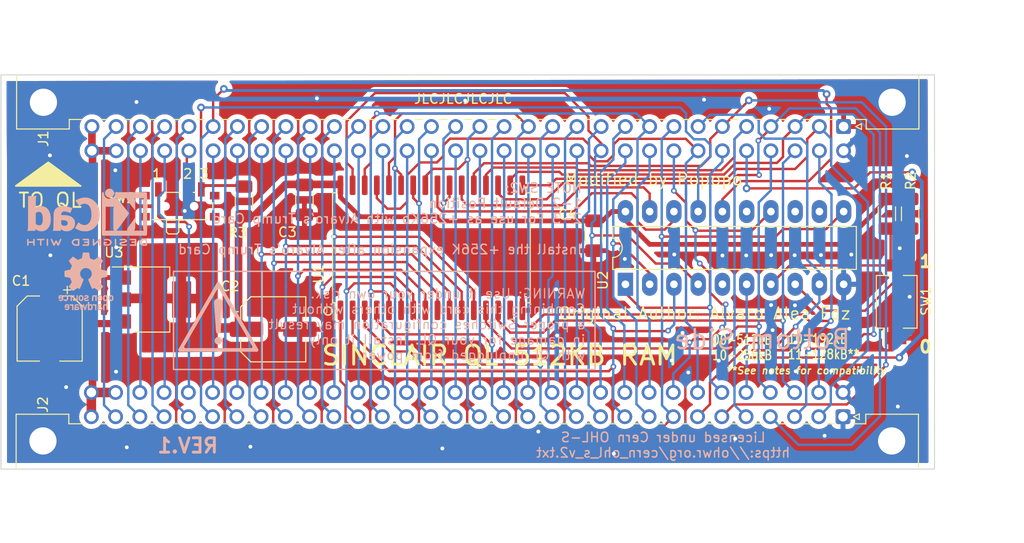
<source format=kicad_pcb>
(kicad_pcb (version 20240108) (generator "pcbnew") (generator_version "8.0")
  (title_block (title "External Expansion 512Kb memory for Sinclair QL") (date "2024-11-21") (rev "3") (company "(C) 2022 Alvaro Alea Fdz.") (comment 1 "https://ohwr.org/cern_ohl_s_v2.txt") (comment 2 "CERN Open Hardware Licence Version 2 - Strongly Reciprocal") (comment 3 "Under License") (comment 4 "Modified by Popopo"))
  (layers (0 "F.Cu" signal) (31 "B.Cu" signal) (34 "B.Paste" user) (35 "F.Paste" user) (36 "B.SilkS" user "B.Silkscreen") (37 "F.SilkS" user "F.Silkscreen") (38 "B.Mask" user) (39 "F.Mask" user) (44 "Edge.Cuts" user))
  (net 0 "")
  (net 1 "+9V")
  (net 2 "GND")
  (net 3 "VCC")
  (net 4 "/A3")
  (net 5 "/A4")
  (net 6 "/A5")
  (net 7 "/A6")
  (net 8 "/A7")
  (net 9 "/A8")
  (net 10 "/A9")
  (net 11 "/A10")
  (net 12 "/A11")
  (net 13 "/A12")
  (net 14 "/D7")
  (net 15 "/D6")
  (net 16 "/D5")
  (net 17 "/D4")
  (net 18 "/D3")
  (net 19 "/A2")
  (net 20 "/A1")
  (net 21 "/A0")
  (net 22 "/RW")
  (net 23 "/D0")
  (net 24 "/D1")
  (net 25 "/D2")
  (net 26 "/RAM_CE")
  (net 27 "/RAM_OE")
  (net 28 "/SP0")
  (net 29 "/SP1")
  (net 30 "/DSMC")
  (net 31 "/SP2")
  (net 32 "/A13")
  (net 33 "/A14")
  (net 34 "/A16")
  (net 35 "/A17")
  (net 36 "/A18")
  (net 37 "/A19")
  (net 38 "/SP3")
  (net 39 "/VPA")
  (net 40 "/E")
  (net 41 "/RESET")
  (net 42 "/A15")
  (net 43 "/DS")
  (net 44 "/AS")
  (net 45 "/DTACK")
  (net 46 "/BG")
  (net 47 "/BR")
  (net 48 "/CSYNC")
  (net 49 "/VSYNC")
  (net 50 "/GREEN")
  (net 51 "/BLUE")
  (net 52 "/FC2")
  (net 53 "/FC1")
  (net 54 "/FC0")
  (net 55 "/ROMOE")
  (net 56 "/IPL0")
  (net 57 "/BERR")
  (net 58 "/IPL1")
  (net 59 "/EXTINT")
  (net 60 "/CLKCPU")
  (net 61 "/RED")
  (net 62 "/DBG")
  (net 63 "/ma12v")
  (net 64 "/me12v")
  (net 65 "Net-(J2-~{BERR})")
  (net 70 "Net-(U2-I7)")
  (net 71 "Net-(U2-I8)")
  (net 72 "Net-(SW2-C)")
  (footprint "Package_TO_SOT_SMD:SOT-223-3_TabPin2" (layer "F.Cu") (at 108.570929 75.90536)
    (property "Reference" "U3")
    (property "Value" "LM1117-5.0")
  )
  (footprint "Capacitor_SMD:CP_Elec_6.3x5.4" (layer "F.Cu") (at 97.9 78.945 -90)
    (property "Reference" "C1")
    (property "Value" "100u/25V")
  )
  (footprint "Capacitor_SMD:C_1206_3216Metric_Pad1.33x1.80mm_HandSolder" (layer "F.Cu") (at 154.9 69.225 -90)
    (property "Reference" "C4")
    (property "Value" "100n")
  )
  (footprint "Capacitor_SMD:CP_Elec_6.3x5.4" (layer "F.Cu") (at 121.32 79.025)
    (property "Reference" "C2")
    (property "Value" "100u/16V")
  )
  (footprint "Capacitor_SMD:C_1206_3216Metric_Pad1.33x1.80mm_HandSolder" (layer "F.Cu") (at 124.59 65.465 -90)
    (property "Reference" "C3")
    (property "Value" "100n")
  )
  (footprint "8bits:DIN41612_B_2x32_Female_Horizontal_THT" (layer "F.Cu") (at 181.07 57.785)
    (property "Reference" "J1")
    (property "Value" "QL_SLOT_DIN41612_CARD")
  )
  (footprint "Resistor_SMD:R_1206_3216Metric_Pad1.30x1.75mm_HandSolder" (layer "F.Cu") (at 188.04 66.925 -90)
    (property "Reference" "R2")
    (property "Value" "10K")
  )
  (footprint "Button_Switch_SMD:SW_DIP_SPSTx02_Slide_KingTek_DSHP02TS_W7.62mm_P1.27mm" (layer "F.Cu") (at 186.63 76.145 90)
    (property "Reference" "SW1")
    (property "Value" "SW_DIP_x02")
  )
  (footprint "8bits:DIN41612_B_2x32_Male_Horizontal_THT" (layer "F.Cu") (at 181.02 88.18 180)
    (property "Reference" "J2")
    (property "Value" "QL_SLOT_DIN41612_CARD")
  )
  (footprint "Resistor_SMD:R_1206_3216Metric_Pad1.30x1.75mm_HandSolder" (layer "F.Cu") (at 118.26 65.625 90)
    (property "Reference" "R3")
    (property "Value" "10K")
  )
  (footprint "Package_DIP:DIP-20_W7.62mm_LongPads" (layer "F.Cu") (at 158.215 74.31 90)
    (property "Reference" "U2")
    (property "Value" "GAL16V8B-25QP")
  )
  (footprint "Button_Switch_SMD:SW_SPDT_PCM12" (layer "F.Cu") (at 111.54 65.805)
    (property "Reference" "SW2")
    (property "Value" "SW_SPDT")
  )
  (footprint "Resistor_SMD:R_1206_3216Metric_Pad1.30x1.75mm_HandSolder" (layer "F.Cu") (at 185.6 66.925 -90)
    (property "Reference" "R1")
    (property "Value" "10K")
  )
  (footprint "Package_SO:SSOP-32_11.305x20.495mm_P1.27mm" (layer "F.Cu") (at 137.89 70.485 90)
    (property "Reference" "U1")
    (property "Value" "HM628512BLFP-7")
  )
  (footprint "Symbol:KiCad-Logo2_5mm_SilkScreen" (layer "B.Cu") (at 101.83 67.275 180)
    (property "Reference" "REF**" (hide yes))
    (property "Value" "KiCad-Logo2_5mm_SilkScreen" (hide yes))
  )
  (footprint "Symbol:Symbol_Attention_Triangle_8x7mm_Copper" (layer "B.Cu") (at 115.57 77.725 180)
    (property "Reference" "REF**" (hide yes))
    (property "Value" "Symbol_Attention_Triangle_8x7mm_Copper" (hide yes))
  )
  (footprint "Symbol:OSHW-Logo_5.7x6mm_SilkScreen" (layer "B.Cu") (at 101.71 73.995 180)
    (property "Reference" "REF**" (hide yes))
    (property "Value" "OSHW-Logo_5.7x6mm_SilkScreen" (hide yes))
  )
  (gr_rect (start 110.88 72.955) (end 155.03 83.235) (stroke (width 0.15)) (fill none) (layer "B.SilkS"))
  (gr_line (start 120.15 72.935) (end 120.16 83.205) (stroke (width 0.15)) (layer "B.SilkS"))
  (gr_circle (center 127.06 77.105) (end 127.26 77.485) (stroke (width 0.15)) (fill none) (layer "F.SilkS"))
  (gr_poly (pts (xy 94.34 64.015) (xy 101.17 64.015) (xy 97.76 61.515) (xy 94.35 63.995)) (stroke (width 0.15)) (fill solid) (layer "F.SilkS"))
  (gr_rect (start 92.805 52.375) (end 190.595 93.665) (stroke (width 0.1)) (fill none) (layer "Edge.Cuts"))
  (gr_text "NOTE SW2:\n1-2 Default Position \n2-3 For use as +256Kb with Alvaro's Trump Card\n\nInstall the +256K expansion after Alvaro's Trump Card" (at 153.75 71.245 0) (layer "B.SilkS") (effects (font (size 1 1)) (justify left bottom mirror)))
  (gr_text "Bottom Side" (at 172.53 81.255 0) (layer "B.SilkS") (effects (font (size 2 2) (thickness 0.25) (bold yes)) (justify bottom mirror)))
  (gr_text "REV.1" (at 112.37 91.215 0) (layer "B.SilkS") (effects (font (size 1.5 1.5) (thickness 0.3) (bold yes)) (justify mirror)))
  (gr_text "Licensed under Cern OHL-S\nhttps://ohwr.org/cern_ohl_s_v2.txt" (at 162.17 91.145 0) (layer "B.SilkS") (effects (font (size 1 1)) (justify mirror)))
  (gr_text "WARNING: Use it under your own risk.\nCombining this card with others without\na proper Switches configuration may result\nin damage for your QL. Install it only \nwith QL unplugged from power." (at 154.11 82.315 0) (layer "B.SilkS") (effects (font (size 1 1) (thickness 0.125)) (justify left bottom mirror)))
  (gr_text "1" (at 188.88 72.645 0) (layer "F.SilkS") (effects (font (size 1.25 1.25) (thickness 0.3) (bold yes)) (justify left bottom)))
  (gr_text "TO QL" (at 94.5 66.395 0) (layer "F.SilkS") (effects (font (size 1.5 1.5) (thickness 0.2) (bold yes)) (justify left bottom)))
  (gr_text "JLCJLCJLCJLC" (at 141.22 54.885 0) (layer "F.SilkS") (effects (font (size 1 1))))
  (gr_text "**See notes for compatibility\n" (at 168.66 83.785 0) (layer "F.SilkS") (effects (font (size 0.75 0.75) (thickness 0.15) (italic yes)) (justify left bottom)))
  (gr_text "10-192kB\n11-128kB** " (at 175.15 80.845 0) (layer "F.SilkS") (effects (font (size 1 0.8)) (justify left)))
  (gr_text "SINCLAIR QL 512KB RAM" (at 145.04 81.765 0) (layer "F.SilkS") (effects (font (size 2 2) (thickness 0.3))))
  (gr_text "1   2 3" (at 108.55 63.325 0) (layer "F.SilkS") (effects (font (size 1 1)) (justify left bottom)))
  (gr_text "Modified by Popopo" (at 161.15 63.315 0) (layer "F.SilkS") (effects (font (size 1.25 1.25))))
  (gr_text "Original Author: Alvaro Alea Fdz" (at 166.52 77.365 0) (layer "F.SilkS") (effects (font (size 1.25 1.25))))
  (gr_text "0" (at 188.85 81.595 0) (layer "F.SilkS") (effects (font (size 1.25 1.25) (thickness 0.3) (bold yes)) (justify left bottom)))
  (gr_text "00-512kB\n10-256kB" (at 167.23 80.935 0) (layer "F.SilkS") (effects (font (size 1 0.8)) (justify left)))
  (segment (start 102.27 85.64) (end 104.81 85.64) (width 1) (layer "F.Cu") (net 1))
  (segment (start 102.27 85.64) (end 102.39 85.52) (width 1) (layer "F.Cu") (net 1))
  (segment (start 102.39 78.435) (end 102.4 78.425) (width 0.75) (layer "F.Cu") (net 1))
  (segment (start 97.9 76.145) (end 102.25 76.145) (width 0.75) (layer "F.Cu") (net 1))
  (segment (start 102.33 60.325) (end 104.87 60.325) (width 0.8) (layer "F.Cu") (net 1))
  (segment (start 102.33 60.325) (end 102.33 57.82) (width 0.8) (layer "F.Cu") (net 1))
  (segment (start 102.39 85.52) (end 102.39 60.385) (width 0.8) (layer "F.Cu") (net 1))
  (segment (start 102.39 60.385) (end 102.33 60.325) (width 1) (layer "F.Cu") (net 1))
  (segment (start 102.27 88.18) (end 102.27 85.64) (width 1) (layer "F.Cu") (net 1))
  (segment (start 102.4 78.425) (end 105.91 78.425) (width 0.75) (layer "F.Cu") (net 1))
  (segment (start 104.87 60.325) (end 104.91 60.365) (width 0.75) (layer "F.Cu") (net 1))
  (segment (start 102.16 88.07) (end 102.27 88.18) (width 1) (layer "F.Cu") (net 1))
  (segment (start 126.45 61.605) (end 126.48 61.635) (width 0.25) (layer "F.Cu") (net 2))
  (segment (start 118.81 56.605) (end 118.81 61.685) (width 0.25) (layer "F.Cu") (net 2))
  (segment (start 121.32 84.405) (end 121.32 89.485) (width 0.25) (layer "F.Cu") (net 2))
  (segment (start 123.94 56.575) (end 123.94 61.655) (width 0.25) (layer "F.Cu") (net 2))
  (segment (start 126.45 56.585) (end 126.45 61.605) (width 0.25) (layer "F.Cu") (net 2))
  (segment (start 141.64 84.565) (end 141.64 89.385) (width 0.25) (layer "F.Cu") (net 2))
  (segment (start 121.39 56.575) (end 121.37 56.595) (width 0.25) (layer "F.Cu") (net 2))
  (segment (start 111.16 84.405) (end 111.16 89.485) (width 0.25) (layer "F.Cu") (net 2))
  (segment (start 126.48 56.555) (end 126.45 56.585) (width 0.25) (layer "F.Cu") (net 2))
  (segment (start 121.37 61.635) (end 121.39 61.655) (width 0.25) (layer "F.Cu") (net 2))
  (segment (start 108.645 56.52) (end 108.645 61.6) (width 0.25) (layer "F.Cu") (net 2))
  (segment (start 116.31 56.565) (end 116.31 61.545) (width 0.25) (layer "F.Cu") (net 2))
  (segment (start 164.49 84.475) (end 164.49 89.555) (width 0.25) (layer "F.Cu") (net 2))
  (segment (start 136.59 84.475) (end 136.59 89.555) (width 0.25) (layer "F.Cu") (net 2))
  (segment (start 131.48 84.475) (end 131.48 89.555) (width 0.25) (layer "F.Cu") (net 2))
  (segment (start 121.37 56.595) (end 121.37 61.635) (width 0.25) (layer "F.Cu") (net 2))
  (segment (start 116.24 84.405) (end 116.24 89.485) (width 0.25) (layer "F.Cu") (net 2))
  (segment (start 111.22 56.515) (end 111.22 61.595) (width 0.25) (layer "F.Cu") (net 2))
  (segment (start 106.145 56.52) (end 106.145 61.6) (width 0.25) (layer "F.Cu") (net 2))
  (segment (start 146.74 84.525) (end 146.74 89.505) (width 0.25) (layer "F.Cu") (net 2))
  (segment (start 141.64 89.385) (end 141.77 89.515) (width 0.25) (layer "F.Cu") (net 2))
  (segment (start 126.4 84.395) (end 126.4 89.475) (width 0.25) (layer "F.Cu") (net 2))
  (segment (start 141.77 84.435) (end 141.64 84.565) (width 0.25) (layer "F.Cu") (net 2))
  (segment (start 116.31 61.545) (end 116.26 61.595) (width 0.25) (layer "F.Cu") (net 2))
  (segment (start 156.88 84.505) (end 156.88 89.585) (width 0.25) (layer "F.Cu") (net 2))
  (segment (start 151.83 84.515) (end 151.83 89.595) (width 0.25) (layer "F.Cu") (net 2))
  (segment (start 116.26 56.515) (end 116.31 56.565) (width 0.25) (layer "F.Cu") (net 2))
  (via (at 175.97 76.515) (size 0.8) (drill 0.4) (layers "F.Cu" "B.Cu") (net 2))
  (via (at 141.43 55.065) (size 0.8) (drill 0.4) (layers "F.Cu" "B.Cu") (net 2))
  (via (at 186.95 70.535) (size 0.8) (drill 0.4) (layers "F.Cu" "B.Cu") (net 2))
  (via (at 166.45 54.965) (size 0.8) (drill 0.4) (layers "F.Cu" "B.Cu") (net 2))
  (via (at 167.99 82.315) (size 0.8) (drill 0.4) (layers "F.Cu" "B.Cu") (net 2))
  (via (at 118.93 91.325) (size 0.8) (drill 0.4) (layers "F.Cu" "B.Cu") (net 2))
  (via (at 112.05 66.625) (size 0.8) (drill 0.4) (layers "F.Cu" "B.Cu") (net 2))
  (via (at 176.05 83.425) (size 0.8) (drill 0.4) (layers "F.Cu" "B.Cu") (net 2))
  (via (at 104.78 62.365) (size 0.8) (drill 0.4) (layers "F.Cu" "B.Cu") (net 2))
  (via (at 99.63 85.085) (size 0.8) (drill 0.4) (layers "F.Cu" "B.Cu") (net 2))
  (via (at 187.99 75.615) (size 0.8) (drill 0.4) (layers "F.Cu" "B.Cu") (net 2))
  (via (at 125.9 54.835) (size 0.8) (drill 0.4) (layers "F.Cu" "B.Cu") (net 2))
  (via (at 181.88 71.195) (size 0.8) (drill 0.4) (layers "F.Cu" "B.Cu") (net 2))
  (via (at 168.38 71.295) (size 0.8) (drill 0.4) (layers "F.Cu" "B.Cu") (net 2))
  (via (at 173.46 83.425) (size 0.8) (drill 0.4) (layers "F.Cu" "B.Cu") (net 2))
  (via (at 170.87 71.285) (size 0.8) (drill 0.4) (layers "F.Cu" "B.Cu") (net 2))
  (via (at 178.7 71.245) (size 0.8) (drill 0.4) (layers "F.Cu" "B.Cu") (net 2))
  (via (at 181.66 78.975) (size 0.8) (drill 0.4) (layers "F.Cu" "B.Cu") (net 2))
  (via (at 186.75 87.115) (size 0.8) (drill 0.4) (layers "F.Cu" "B.Cu") (net 2))
  (via (at 182.82 83.395) (size 0.8) (drill 0.4) (layers "F.Cu" "B.Cu") (net 2))
  (via (at 157 92.055) (size 0.8) (drill 0.4) (layers "F.Cu" "B.Cu") (net 2))
  (via (at 173.63 79.115) (size 0.8) (drill 0.4) (layers "F.Cu" "B.Cu") (net 2))
  (via (at 104.86 83.465) (size 0.8) (drill 0.4) (layers "F.Cu" "B.Cu") (net 2))
  (via (at 139.04 91.505) (size 0.8) (drill 0.4) (layers "F.Cu" "B.Cu") (net 2))
  (via (at 173.48 71.255) (size 0.8) (drill 0.4) (layers "F.Cu" "B.Cu") (net 2))
  (via (at 169.71 90.495) (size 0.8) (drill 0.4) (layers "F.Cu" "B.Cu") (net 2))
  (via (at 150.97 74.835) (size 0.8) (drill 0.4) (layers "F.Cu" "B.Cu") (net 2))
  (via (at 105.98 91.385) (size 0.8) (drill 0.4) (layers "F.Cu" "B.Cu") (net 2))
  (via (at 97.93 60.805) (size 0.8) (drill 0.4) (layers "F.Cu" "B.Cu") (net 2))
  (via (at 176.03 80.405) (size 0.8) (drill 0.4) (layers "F.Cu" "B.Cu") (net 2))
  (via (at 97.98 71.275) (size 0.8) (drill 0.4) (layers "F.Cu" "B.Cu") (net 2))
  (via (at 104.88 70.435) (size 0.8) (drill 0.4) (layers "F.Cu" "B.Cu") (net 2))
  (via (at 151.06 79.675) (size 0.8) (drill 0.4) (layers "F.Cu" "B.Cu") (net 2))
  (via (at 173.28 55.935) (size 0.8) (drill 0.4) (layers "F.Cu" "B.Cu") (net 2))
  (via (at 107 55.215) (size 0.8) (drill 0.4) (layers "F.Cu" "B.Cu") (net 2))
  (via (at 163.33 71.185) (size 0.8) (drill 0.4) (layers "F.Cu" "B.Cu") (net 2))
  (via (at 179.78 83.395) (size 0.8) (drill 0.4) (layers "F.Cu" "B.Cu") (net 2))
  (via (at 173.47 76.485) (size 0.8) (drill 0.4) (layers "F.Cu" "B.Cu") (net 2))
  (via (at 158.15 71.655) (size 0.8) (drill 0.4) (layers "F.Cu" "B.Cu") (net 2))
  (via (at 187.7 60.875) (size 0.8) (drill 0.4) (layers "F.Cu" "B.Cu") (net 2))
  (via (at 149.09 89.735) (size 0.8) (drill 0.4) (layers "F.Cu" "B.Cu") (net 2))
  (via (at 175.94 71.265) (size 0.8) (drill 0.4) (layers "F.Cu" "B.Cu") (net 2))
  (via (at 164.2 79.395) (size 0.8) (drill 0.4) (layers "F.Cu" "B.Cu") (net 2))
  (via (at 179.08 90.175) (size 0.8) (drill 0.4) (layers "F.Cu" "B.Cu") (net 2))
  (via (at 163.06 82.295) (size 0.8) (drill 0.4) (layers "F.Cu" "B.Cu") (net 2))
  (via (at 164.8 83.545) (size 0.8) (drill 0.4) (layers "F.Cu" "B.Cu") (net 2))
  (segment (start 155.8 67.675) (end 156.785 66.69) (width 0.5) (layer "F.Cu") (net 3))
  (segment (start 138.953173 67.675) (end 155.8 67.675) (width 0.5) (layer "F.Cu") (net 3))
  (segment (start 185.62 65.455) (end 187.96 65.455) (width 0.5) (layer "F.Cu") (net 3))
  (segment (start 158.215 66.69) (end 158.215 67.59) (width 0.5) (layer "F.Cu") (net 3))
  (segment (start 117.69 67.885) (end 117.69 78.195) (width 0.8) (layer "F.Cu") (net 3))
  (segment (start 106.001883 75.785) (end 110.73 75.785) (width 1) (layer "F.Cu") (net 3))
  (segment (start 128.365 63.935) (end 128.365 65.19) (width 0.5) (layer "F.Cu") (net 3))
  (segment (start 114.76 75.805) (end 114.78 75.825) (width 1) (layer "F.Cu") (net 3))
  (segment (start 111.73 71.745) (end 111.720929 71.754071) (width 1) (layer "F.Cu") (net 3))
  (segment (start 128.365 65.19) (end 130.41 67.235) (width 0.5) (layer "F.Cu") (net 3))
  (segment (start 111.720929 78.885) (end 118.56 78.885) (width 1) (layer "F.Cu") (net 3))
  (segment (start 117.69 78.195) (end 118.52 79.025) (width 0.8) (layer "F.Cu") (net 3))
  (segment (start 118.4 67.175) (end 117.69 67.885) (width 0.8) (layer "F.Cu") (net 3))
  (segment (start 110.73 75.785) (end 110.75 75.805) (width 1) (layer "F.Cu") (net 3))
  (segment (start 110.75 75.805) (end 114.76 75.805) (width 1) (layer "F.Cu") (net 3))
  (segment (start 158.215 67.59) (end 160.75248 70.12748) (width 0.5) (layer "F.Cu") (net 3))
  (segment (start 111.720929 80.305929) (end 111.73 80.315) (width 1) (layer "F.Cu") (net 3))
  (segment (start 122.6325 63.8425) (end 119.3 67.175) (width 0.8) (layer "F.Cu") (net 3))
  (segment (start 119.3 67.175) (end 118.4 67.175) (width 0.8) (layer "F.Cu") (net 3))
  (segment (start 105.940801 75.846082) (end 106.001883 75.785) (width 1) (layer "F.Cu") (net 3))
  (segment (start 128.2725 63.8425) (end 122.6325 63.8425) (width 0.8) (layer "F.Cu") (net 3))
  (segment (start 130.41 67.235) (end 138.513173 67.235) (width 0.5) (layer "F.Cu") (net 3))
  (segment (start 180.94752 70.12748) (end 185.62 65.455) (width 0.5) (layer "F.Cu") (net 3))
  (segment (start 118.56 78.885) (end 118.73 78.715) (width 1) (layer "F.Cu") (net 3))
  (segment (start 187.96 65.455) (end 188.04 65.375) (width 0.5) (layer "F.Cu") (net 3))
  (segment (start 156.785 66.69) (end 158.215 66.69) (width 0.5) (layer "F.Cu") (net 3))
  (segment (start 111.720929 78.885) (end 111.720929 80.305929) (width 1) (layer "F.Cu") (net 3))
  (segment (start 111.720929 71.754071) (end 111.720929 78.885) (width 1) (layer "F.Cu") (net 3))
  (segment (start 160.75248 70.12748) (end 180.94752 70.12748) (width 0.5) (layer "F.Cu") (net 3))
  (segment (start 138.513173 67.235) (end 138.953173 67.675) (width 0.5) (layer "F.Cu") (net 3))
  (segment (start 121.4 72.105) (end 121.52 71.985) (width 0.25) (layer "F.Cu") (net 4))
  (segment (start 135.25 71.985) (end 138.525 75.26) (width 0.25) (layer "F.Cu") (net 4))
  (segment (start 138.525 75.26) (end 138.525 77.035) (width 0.25) (layer "F.Cu") (net 4))
  (segment (start 121.52 71.985) (end 135.25 71.985) (width 0.25) (layer "F.Cu") (net 4))
  (via (at 121.4 72.105) (size 0.6) (drill 0.3) (layers "F.Cu" "B.Cu") (net 4))
  (segment (start 121.38 86.97) (end 122.59 88.18) (width 0.25) (layer "B.Cu") (net 4))
  (segment (start 122.65 57.82) (end 121.38 59.09) (width 0.25) (layer "B.Cu") (net 4))
  (segment (start 121.38 59.09) (end 121.38 86.97) (width 0.25) (layer "B.Cu") (net 4))
  (segment (start 124.57 72.795) (end 134.7 72.795) (width 0.25) (layer "F.Cu") (net 5))
  (segment (start 134.7 72.795) (end 137.255 75.35) (width 0.25) (layer "F.Cu") (net 5))
  (segment (start 137.255 75.35) (end 137.255 77.035) (width 0.25) (layer "F.Cu") (net 5))
  (segment (start 123.91 73.455) (end 124.57 72.795) (width 0.25) (layer "F.Cu") (net 5))
  (via (at 123.91 73.455) (size 0.6) (drill 0.3) (layers "F.Cu" "B.Cu") (net 5))
  (segment (start 123.92 86.97) (end 125.13 88.18) (width 0.25) (layer "B.Cu") (net 5))
  (segment (start 123.91 73.455) (end 123.92 73.465) (width 0.25) (layer "B.Cu") (net 5))
  (segment (start 123.92 73.465) (end 123.92 86.97) (width 0.25) (layer "B.Cu") (net 5))
  (segment (start 123.91 73.455) (end 123.92 73.445) (width 0.25) (layer "B.Cu") (net 5))
  (segment (start 123.92 59.09) (end 125.19 57.82) (width 0.25) (layer "B.Cu") (net 5))
  (segment (start 123.92 73.445) (end 123.92 59.09) (width 0.25) (layer "B.Cu") (net 5))
  (segment (start 127.54 73.545) (end 134.17 73.545) (width 0.25) (layer "F.Cu") (net 6))
  (segment (start 126.47 74.615) (end 127.54 73.545) (width 0.25) (layer "F.Cu") (net 6))
  (segment (start 134.17 73.545) (end 135.985 75.36) (width 0.25) (layer "F.Cu") (net 6))
  (segment (start 135.985 75.36) (end 135.985 77.035) (width 0.25) (layer "F.Cu") (net 6))
  (via (at 126.47 74.615) (size 0.6) (drill 0.3) (layers "F.Cu" "B.Cu") (net 6))
  (segment (start 127.67 88.18) (end 126.46 86.97) (width 0.25) (layer "B.Cu") (net 6))
  (segment (start 126.46 86.97) (end 126.46 59.09) (width 0.25) (layer "B.Cu") (net 6))
  (segment (start 126.46 59.09) (end 127.73 57.82) (width 0.25) (layer "B.Cu") (net 6))
  (segment (start 134.715 75.34) (end 134.715 77.035) (width 0.25) (layer "F.Cu") (net 7))
  (segment (start 128.99 75.045) (end 129.82 74.215) (width 0.25) (layer "F.Cu") (net 7))
  (segment (start 133.59 74.215) (end 134.715 75.34) (width 0.25) (layer "F.Cu") (net 7))
  (segment (start 129.82 74.215) (end 133.59 74.215) (width 0.25) (layer "F.Cu") (net 7))
  (via (at 128.99 75.045) (size 0.6) (drill 0.3) (layers "F.Cu" "B.Cu") (net 7))
  (segment (start 129 86.97) (end 130.21 88.18) (width 0.25) (layer "B.Cu") (net 7))
  (segment (start 128.99 75.045) (end 129 75.035) (width 0.25) (layer "B.Cu") (net 7))
  (segment (start 129 59.09) (end 130.27 57.82) (width 0.25) (layer "B.Cu") (net 7))
  (segment (start 129 75.035) (end 129 59.09) (width 0.25) (layer "B.Cu") (net 7))
  (segment (start 128.99 75.045) (end 129 75.055) (width 0.25) (layer "B.Cu") (net 7))
  (segment (start 129 75.055) (end 129 86.97) (width 0.25) (layer "B.Cu") (net 7))
  (segment (start 132.944282 75.065) (end 133.445 75.565718) (width 0.25) (layer "F.Cu") (net 8))
  (segment (start 131.55 75.065) (end 132.944282 75.065) (width 0.25) (layer "F.Cu") (net 8))
  (segment (start 133.445 75.565718) (end 133.445 77.035) (width 0.25) (layer "F.Cu") (net 8))
  (via (at 131.55 75.065) (size 0.6) (drill 0.3) (layers "F.Cu" "B.Cu") (net 8))
  (segment (start 131.54 75.075) (end 131.54 86.97) (width 0.25) (layer "B.Cu") (net 8))
  (segment (start 131.54 86.97) (end 132.75 88.18) (width 0.25) (layer "B.Cu") (net 8))
  (segment (start 131.54 59.09) (end 132.81 57.82) (width 0.25) (layer "B.Cu") (net 8))
  (segment (start 131.55 75.065) (end 131.54 75.055) (width 0.25) (layer "B.Cu") (net 8))
  (segment (start 131.54 75.055) (end 131.54 59.09) (width 0.25) (layer "B.Cu") (net 8))
  (segment (start 131.55 75.065) (end 131.54 75.075) (width 0.25) (layer "B.Cu") (net 8))
  (segment (start 134.07 62.165) (end 134.715 62.81) (width 0.25) (layer "F.Cu") (net 9))
  (segment (start 134.715 62.81) (end 134.715 63.935) (width 0.25) (layer "F.Cu") (net 9))
  (via (at 134.07 62.165) (size 0.6) (drill 0.3) (layers "F.Cu" "B.Cu") (net 9))
  (segment (start 134.07 62.165) (end 134.08 62.175) (width 0.25) (layer "B.Cu") (net 9))
  (segment (start 134.08 62.175) (end 134.08 65.579) (width 0.25) (layer "B.Cu") (net 9))
  (segment (start 135.29 88.18) (end 134.08 86.97) (width 0.25) (layer "B.Cu") (net 9))
  (segment (start 134.08 86.97) (end 134.08 65.579) (width 0.25) (layer "B.Cu") (net 9))
  (segment (start 134.08 59.09) (end 134.08 65.579) (width 0.25) (layer "B.Cu") (net 9))
  (segment (start 135.35 57.82) (end 134.08 59.09) (width 0.25) (layer "B.Cu") (net 9))
  (segment (start 136.55 65.835) (end 135.985 65.27) (width 0.25) (layer "F.Cu") (net 10))
  (segment (start 135.985 65.27) (end 135.985 63.935) (width 0.25) (layer "F.Cu") (net 10))
  (segment (start 136.6 65.835) (end 136.55 65.835) (width 0.25) (layer "F.Cu") (net 10))
  (via (at 136.6 65.835) (size 0.6) (drill 0.3) (layers "F.Cu" "B.Cu") (net 10))
  (segment (start 136.62 86.97) (end 137.83 88.18) (width 0.25) (layer "B.Cu") (net 10))
  (segment (start 136.6 65.835) (end 136.6 59.11) (width 0.25) (layer "B.Cu") (net 10))
  (segment (start 136.6 59.11) (end 137.89 57.82) (width 0.25) (layer "B.Cu") (net 10))
  (segment (start 136.62 65.855) (end 136.62 86.97) (width 0.25) (layer "B.Cu") (net 10))
  (segment (start 136.6 65.835) (end 136.62 65.855) (width 0.25) (layer "B.Cu") (net 10))
  (segment (start 139.166942 65.798058) (end 139.795 65.17) (width 0.25) (layer "F.Cu") (net 11))
  (segment (start 139.795 65.17) (end 139.795 63.935) (width 0.25) (layer "F.Cu") (net 11))
  (via (at 139.166942 65.798058) (size 0.6) (drill 0.3) (layers "F.Cu" "B.Cu") (net 11))
  (segment (start 139.16 59.055) (end 139.16 86.97) (width 0.25) (layer "B.Cu") (net 11))
  (segment (start 139.16 86.97) (end 140.37 88.18) (width 0.25) (layer "B.Cu") (net 11))
  (segment (start 140.43 57.82) (end 139.195 59.055) (width 0.25) (layer "B.Cu") (net 11))
  (segment (start 139.195 59.055) (end 139.16 59.055) (width 0.25) (layer "B.Cu") (net 11))
  (segment (start 140.72 62.215) (end 138.06 62.215) (width 0.25) (layer "F.Cu") (net 12))
  (segment (start 138.06 62.215) (end 137.255 63.02) (width 0.25) (layer "F.Cu") (net 12))
  (segment (start 137.255 63.02) (end 137.255 63.935) (width 0.25) (layer "F.Cu") (net 12))
  (segment (start 141.68 61.255) (end 140.72 62.215) (width 0.25) (layer "F.Cu") (net 12))
  (via (at 141.68 61.255) (size 0.6) (drill 0.3) (layers "F.Cu" "B.Cu") (net 12))
  (segment (start 142.91 88.18) (end 141.7 86.97) (width 0.25) (layer "B.Cu") (net 12))
  (segment (start 141.7 86.97) (end 141.7 59.09) (width 0.25) (layer "B.Cu") (net 12))
  (segment (start 141.7 59.09) (end 142.97 57.82) (width 0.25) (layer "B.Cu") (net 12))
  (segment (start 132.175 78.105) (end 132.175 77.035) (width 0.25) (layer "F.Cu") (net 13))
  (segment (start 133.625 79.555) (end 132.175 78.105) (width 0.25) (layer "F.Cu") (net 13))
  (segment (start 144.23 80.645) (end 143.14 79.555) (width 0.25) (layer "F.Cu") (net 13))
  (segment (start 143.14 79.555) (end 133.625 79.555) (width 0.25) (layer "F.Cu") (net 13))
  (segment (start 144.24 80.645) (end 144.23 80.645) (width 0.25) (layer "F.Cu") (net 13))
  (via (at 144.24 80.645) (size 0.6) (drill 0.3) (layers "F.Cu" "B.Cu") (net 13))
  (segment (start 144.24 86.97) (end 145.45 88.18) (width 0.25) (layer "B.Cu") (net 13))
  (segment (start 144.24 80.645) (end 144.24 86.97) (width 0.25) (layer "B.Cu") (net 13))
  (segment (start 144.24 80.645) (end 144.24 59.09) (width 0.25) (layer "B.Cu") (net 13))
  (segment (start 144.24 59.09) (end 145.51 57.82) (width 0.25) (layer "B.Cu") (net 13))
  (segment (start 167.1 60.96) (end 166.1493 61.9107) (width 0.25) (layer "F.Cu") (net 14))
  (segment (start 154.6081 61.9107) (end 154.3267 61.6293) (width 0.25) (layer "F.Cu") (net 14))
  (segment (start 142.335 62.7) (end 142.335 63.935) (width 0.25) (layer "F.Cu") (net 14))
  (segment (start 185.505 82.735) (end 185.505 82.8) (width 0.25) (layer "F.Cu") (net 14))
  (segment (start 143.4057 61.6293) (end 142.335 62.7) (width 0.25) (layer "F.Cu") (net 14))
  (segment (start 169.595 86.895) (end 168.31 88.18) (width 0.25) (layer "F.Cu") (net 14))
  (segment (start 171.14 55.05) (end 167.1 59.09) (width 0.25) (layer "F.Cu") (net 14))
  (segment (start 167.1 59.09) (end 167.1 60.96) (width 0.25) (layer "F.Cu") (net 14))
  (segment (start 154.3267 61.6293) (end 143.4057 61.6293) (width 0.25) (layer "F.Cu") (net 14))
  (segment (start 185.505 82.8) (end 181.41 86.895) (width 0.25) (layer "F.Cu") (net 14))
  (segment (start 181.41 86.895) (end 169.595 86.895) (width 0.25) (layer "F.Cu") (net 14))
  (segment (start 166.1493 61.9107) (end 154.6081 61.9107) (width 0.25) (layer "F.Cu") (net 14))
  (segment (start 171.14 55.045) (end 171.14 55.05) (width 0.25) (layer "F.Cu") (net 14))
  (via (at 185.505 82.735) (size 0.6) (drill 0.3) (layers "F.Cu" "B.Cu") (net 14))
  (via (at 171.14 55.045) (size 0.8) (drill 0.4) (layers "F.Cu" "B.Cu") (net 14))
  (segment (start 171.14 55.045) (end 178.31 55.045) (width 0.25) (layer "B.Cu") (net 14))
  (segment (start 182.975 55.245) (end 185.515 57.785) (width 0.25) (layer "B.Cu") (net 14))
  (segment (start 185.515 57.785) (end 185.515 82.725) (width 0.25) (layer "B.Cu") (net 14))
  (segment (start 178.31 55.045) (end 178.51 55.245) (width 0.25) (layer "B.Cu") (net 14))
  (segment (start 185.515 82.725) (end 185.505 82.735) (width 0.25) (layer "B.Cu") (net 14))
  (segment (start 178.51 55.245) (end 182.975 55.245) (width 0.25) (layer "B.Cu") (net 14))
  (segment (start 169.64 60.96) (end 168.239 62.361) (width 0.25) (layer "F.Cu") (net 15))
  (segment (start 143.605 62.83) (end 143.605 63.935) (width 0.25) (layer "F.Cu") (net 15))
  (segment (start 144.3543 62.0807) (end 143.605 62.83) (width 0.25) (layer "F.Cu") (net 15))
  (segment (start 169.64 59.09) (end 169.64 60.96) (width 0.25) (layer "F.Cu") (net 15))
  (segment (start 170.91 57.82) (end 169.64 59.09) (width 0.25) (layer "F.Cu") (net 15))
  (segment (start 153.0157 62.0807) (end 144.3543 62.0807) (width 0.25) (layer "F.Cu") (net 15))
  (segment (start 168.239 62.361) (end 153.296 62.361) (width 0.25) (layer "F.Cu") (net 15))
  (segment (start 153.296 62.361) (end 153.0157 62.0807) (width 0.25) (layer "F.Cu") (net 15))
  (segment (start 169.64 86.97) (end 170.85 88.18) (width 0.25) (layer "B.Cu") (net 15))
  (segment (start 169.64 59.09) (end 169.64 86.97) (width 0.25) (layer "B.Cu") (net 15))
  (segment (start 170.91 57.82) (end 169.64 59.09) (width 0.25) (layer "B.Cu") (net 15))
  (segment (start 169.132 63.7119) (end 151.6481 63.7119) (width 0.25) (layer "F.Cu") (net 16))
  (segment (start 173.45 57.785) (end 173.45 57.955) (width 0.25) (layer "F.Cu") (net 16))
  (segment (start 173.45 57.955) (end 172.140558 59.264442) (width 0.25) (layer "F.Cu") (net 16))
  (segment (start 151.6481 63.7119) (end 149.955 65.405) (width 0.25) (layer "F.Cu") (net 16))
  (segment (start 149.955 65.405) (end 145.51 65.405) (width 0.25) (layer "F.Cu") (net 16))
  (segment (start 169.9789 62.865) (end 169.132 63.7119) (width 0.25) (layer "F.Cu") (net 16))
  (segment (start 145.51 65.405) (end 144.875 64.77) (width 0.25) (layer "F.Cu") (net 16))
  (segment (start 172.22 62.865) (end 169.9789 62.865) (width 0.25) (layer "F.Cu") (net 16))
  (via (at 172.22 62.865) (size 0.6) (drill 0.3) (layers "F.Cu" "B.Cu") (net 16))
  (via (at 172.140558 59.264442) (size 0.6) (drill 0.3) (layers "F.Cu" "B.Cu") (net 16))
  (segment (start 172.140558 62.785558) (end 172.22 62.865) (width 0.25) (layer "B.Cu") (net 16))
  (segment (start 175.39 55.88) (end 173.45 57.82) (width 0.25) (layer "B.Cu") (net 16))
  (segment (start 181.9 91.115) (end 184.88 88.135) (width 0.25) (layer "B.Cu") (net 16))
  (segment (start 182.34 55.88) (end 175.39 55.88) (width 0.25) (layer "B.Cu") (net 16))
  (segment (start 173.39 88.18) (end 176.325 91.115) (width 0.25) (layer "B.Cu") (net 16))
  (segment (start 176.325 91.115) (end 181.9 91.115) (width 0.25) (layer "B.Cu") (net 16))
  (segment (start 184.88 58.42) (end 182.34 55.88) (width 0.25) (layer "B.Cu") (net 16))
  (segment (start 184.88 88.135) (end 184.88 58.42) (width 0.25) (layer "B.Cu") (net 16))
  (segment (start 172.140558 59.264442) (end 172.140558 62.785558) (width 0.25) (layer "B.Cu") (net 16))
  (segment (start 151.5863 62.8113) (end 168.549304 62.8113) (width 0.25) (layer "F.Cu") (net 17))
  (segment (start 174.085 61.595) (end 174.72 60.96) (width 0.25) (layer "F.Cu") (net 17))
  (segment (start 168.549304 62.8113) (end 169.765604 61.595) (width 0.25) (layer "F.Cu") (net 17))
  (segment (start 151.3061 62.5311) (end 151.5863 62.8113) (width 0.25) (layer "F.Cu") (net 17))
  (segment (start 146.145 63.34) (end 146.9539 62.5311) (width 0.25) (layer "F.Cu") (net 17))
  (segment (start 184.235 79.53) (end 183.205 79.53) (width 0.25) (layer "F.Cu") (net 17))
  (segment (start 183.205 79.53) (end 181.67 81.065) (width 0.25) (layer "F.Cu") (net 17))
  (segment (start 146.9539 62.5311) (end 151.3061 62.5311) (width 0.25) (layer "F.Cu") (net 17))
  (segment (start 146.145 63.4769) (end 146.145 63.34) (width 0.25) (layer "F.Cu") (net 17))
  (segment (start 169.765604 61.595) (end 174.085 61.595) (width 0.25) (layer "F.Cu") (net 17))
  (segment (start 181.67 81.065) (end 177.41 81.065) (width 0.25) (layer "F.Cu") (net 17))
  (segment (start 174.72 59.09) (end 175.99 57.82) (width 0.25) (layer "F.Cu") (net 17))
  (segment (start 174.72 60.96) (end 174.72 59.09) (width 0.25) (layer "F.Cu") (net 17))
  (via (at 184.235 79.53) (size 0.6) (drill 0.3) (layers "F.Cu" "B.Cu") (net 17))
  (via (at 177.41 81.065) (size 0.6) (drill 0.3) (layers "F.Cu" "B.Cu") (net 17))
  (segment (start 177.41 81.065) (end 177.15 81.325) (width 0.25) (layer "B.Cu") (net 17))
  (segment (start 177.15 81.325) (end 177.15 86.96) (width 0.25) (layer "B.Cu") (net 17))
  (segment (start 184.21 58.635) (end 182.09 56.515) (width 0.25) (layer "B.Cu") (net 17))
  (segment (start 177.295 56.515) (end 175.99 57.82) (width 0.25) (layer "B.Cu") (net 17))
  (segment (start 177.15 86.96) (end 175.93 88.18) (width 0.25) (layer "B.Cu") (net 17))
  (segment (start 182.09 56.515) (end 177.295 56.515) (width 0.25) (layer "B.Cu") (net 17))
  (segment (start 184.21 79.505) (end 184.21 58.635) (width 0.25) (layer "B.Cu") (net 17))
  (segment (start 184.21 79.505) (end 184.235 79.53) (width 0.25) (layer "B.Cu") (net 17))
  (segment (start 169.850504 62.23) (end 175.99 62.23) (width 0.25) (layer "F.Cu") (net 18))
  (segment (start 168.818904 63.2616) (end 169.850504 62.23) (width 0.25) (layer "F.Cu") (net 18))
  (segment (start 150.9534 63.2616) (end 168.818904 63.2616) (width 0.25) (layer "F.Cu") (net 18))
  (segment (start 147.415 63.935) (end 150.28 63.935) (width 0.25) (layer "F.Cu") (net 18))
  (segment (start 175.99 62.23) (end 177.26 60.96) (width 0.25) (layer "F.Cu") (net 18))
  (segment (start 177.26 60.96) (end 177.26 59.09) (width 0.25) (layer "F.Cu") (net 18))
  (segment (start 150.28 63.935) (end 150.9534 63.2616) (width 0.25) (layer "F.Cu") (net 18))
  (segment (start 177.26 59.09) (end 178.53 57.82) (width 0.25) (layer "F.Cu") (net 18))
  (segment (start 179.73 86.92) (end 179.73 85.05) (width 0.25) (layer "B.Cu") (net 18))
  (segment (start 183.61 65.715) (end 179.765 61.87) (width 0.25) (layer "B.Cu") (net 18))
  (segment (start 179.765 59.055) (end 178.53 57.82) (width 0.25) (layer "B.Cu") (net 18))
  (segment (start 178.47 88.18) (end 179.73 86.92) (width 0.25) (layer "B.Cu") (net 18))
  (segment (start 179.73 85.05) (end 183.61 81.17) (width 0.25) (layer "B.Cu") (net 18))
  (segment (start 183.61 81.17) (end 183.61 65.715) (width 0.25) (layer "B.Cu") (net 18))
  (segment (start 179.765 61.87) (end 179.765 59.055) (width 0.25) (layer "B.Cu") (net 18))
  (segment (start 120.08 71.165) (end 123.23 71.165) (width 0.25) (layer "F.Cu") (net 19))
  (segment (start 139.795 75.13) (end 139.795 77.035) (width 0.25) (layer "F.Cu") (net 19))
  (segment (start 135.84 71.175) (end 139.795 75.13) (width 0.25) (layer "F.Cu") (net 19))
  (segment (start 123.23 71.165) (end 123.24 71.175) (width 0.25) (layer "F.Cu") (net 19))
  (segment (start 123.24 71.175) (end 135.84 71.175) (width 0.25) (layer "F.Cu") (net 19))
  (via (at 120.08 71.165) (size 0.6) (drill 0.3) (layers "F.Cu" "B.Cu") (net 19))
  (segment (start 120.11 85.58) (end 120.05 85.64) (width 0.25) (layer "B.Cu") (net 19))
  (segment (start 120.11 60.36) (end 120.11 62.865) (width 0.25) (layer "B.Cu") (net 19))
  (segment (start 120.11 62.755) (end 120.11 85.58) (width 0.25) (layer "B.Cu") (net 19))
  (segment (start 136.27 70.295) (end 141.065 75.09) (width 0.25) (layer "F.Cu") (net 20))
  (segment (start 141.065 75.09) (end 141.065 77.035) (width 0.25) (layer "F.Cu") (net 20))
  (segment (start 122.68 70.295) (end 136.27 70.295) (width 0.25) (layer "F.Cu") (net 20))
  (segment (start 122.64 70.335) (end 122.68 70.295) (width 0.25) (layer "F.Cu") (net 20))
  (via (at 122.64 70.335) (size 0.6) (drill 0.3) (layers "F.Cu" "B.Cu") (net 20))
  (segment (start 122.65 68.065) (end 122.65 60.36) (width 0.25) (layer "B.Cu") (net 20))
  (segment (start 122.65 74.535) (end 122.65 68.065) (width 0.25) (layer "B.Cu") (net 20))
  (segment (start 122.65 74.575) (end 122.65 85.58) (width 0.25) (layer "B.Cu") (net 20))
  (segment (start 122.67 74.555) (end 122.65 74.535) (width 0.25) (layer "B.Cu") (net 20))
  (segment (start 122.65 85.58) (end 122.59 85.64) (width 0.25) (layer "B.Cu") (net 20))
  (segment (start 122.67 74.555) (end 122.65 74.575) (width 0.25) (layer "B.Cu") (net 20))
  (segment (start 127.74 69.335) (end 136.68 69.335) (width 0.25) (layer "F.Cu") (net 21))
  (segment (start 136.68 69.335) (end 142.335 74.99) (width 0.25) (layer "F.Cu") (net 21))
  (segment (start 142.335 74.99) (end 142.335 77.035) (width 0.25) (layer "F.Cu") (net 21))
  (segment (start 127.72 69.315) (end 127.74 69.335) (width 0.25) (layer "F.Cu") (net 21))
  (via (at 127.72 69.315) (size 0.6) (drill 0.3) (layers "F.Cu" "B.Cu") (net 21))
  (segment (start 127.73 85.58) (end 127.67 85.64) (width 0.25) (layer "B.Cu") (net 21))
  (segment (start 127.72 69.315) (end 127.73 69.325) (width 0.25) (layer "B.Cu") (net 21))
  (segment (start 127.73 69.325) (end 127.73 85.58) (width 0.25) (layer "B.Cu") (net 21))
  (segment (start 127.73 69.305) (end 127.73 60.36) (width 0.25) (layer "B.Cu") (net 21))
  (segment (start 127.72 69.315) (end 127.73 69.305) (width 0.25) (layer "B.Cu") (net 21))
  (segment (start 156.32 61.425) (end 156.98 60.765) (width 0.25) (layer "F.Cu") (net 22))
  (segment (start 135.35 65.665) (end 135.35 62.869092) (width 0.25) (layer "F.Cu") (net 22))
  (segment (start 139.15 59.745) (end 139.84 59.055) (width 0.25) (layer "F.Cu") (net 22))
  (segment (start 154.4 59.69) (end 154.4 60.795) (width 0.25) (layer "F.Cu") (net 22))
  (segment (start 134.625 66.39) (end 135.35 65.665) (width 0.25) (layer "F.Cu") (net 22))
  (segment (start 154.4 60.795) (end 155.03 61.425) (width 0.25) (layer "F.Cu") (net 22))
  (segment (start 136.674092 61.545) (end 138.47 61.545) (width 0.25) (layer "F.Cu") (net 22))
  (segment (start 139.15 60.865) (end 139.15 59.745) (width 0.25) (layer "F.Cu") (net 22))
  (segment (start 138.47 61.545) (end 139.15 60.865) (width 0.25) (layer "F.Cu") (net 22))
  (segment (start 157.564365 59.075) (end 164.545 59.075) (width 0.25) (layer "F.Cu") (net 22))
  (segment (start 132.175 65.29) (end 133.275 66.39) (width 0.25) (layer "F.Cu") (net 22))
  (segment (start 156.98 59.659365) (end 157.564365 59.075) (width 0.25) (layer "F.Cu") (net 22))
  (segment (start 164.545 59.075) (end 165.83 60.36) (width 0.25) (layer "F.Cu") (net 22))
  (segment (start 135.35 62.869092) (end 136.674092 61.545) (width 0.25) (layer "F.Cu") (net 22))
  (segment (start 155.03 61.425) (end 156.32 61.425) (width 0.25) (layer "F.Cu") (net 22))
  (segment (start 132.175 63.935) (end 132.175 65.29) (width 0.25) (layer "F.Cu") (net 22))
  (segment (start 153.765 59.055) (end 154.4 59.69) (width 0.25) (layer "F.Cu") (net 22))
  (segment (start 156.98 60.765) (end 156.98 59.659365) (width 0.25) (layer "F.Cu") (net 22))
  (segment (start 133.275 66.39) (end 134.625 66.39) (width 0.25) (layer "F.Cu") (net 22))
  (segment (start 139.84 59.055) (end 153.765 59.055) (width 0.25) (layer "F.Cu") (net 22))
  (segment (start 165.77 79.455) (end 164.56 78.245) (width 0.25) (layer "B.Cu") (net 22))
  (segment (start 164.56 61.63) (end 165.83 60.36) (width 0.25) (layer "B.Cu") (net 22))
  (segment (start 165.77 85.64) (end 165.77 79.455) (width 0.25) (layer "B.Cu") (net 22))
  (segment (start 164.56 78.245) (end 164.56 64.470711) (width 0.25) (layer "B.Cu") (net 22))
  (segment (start 164.56 64.995) (end 164.56 61.63) (width 0.25) (layer "B.Cu") (net 22))
  (segment (start 143.605 78.35) (end 143.605 77.035) (width 0.25) (layer "F.Cu") (net 23))
  (segment (start 169.98 78.735) (end 167.685 81.03) (width 0.25) (layer "F.Cu") (net 23))
  (segment (start 172.22 78.735) (end 169.98 78.735) (width 0.25) (layer "F.Cu") (net 23))
  (segment (start 146.285 81.03) (end 143.605 78.35) (width 0.25) (layer "F.Cu") (net 23))
  (segment (start 167.685 81.03) (end 146.285 81.03) (width 0.25) (layer "F.Cu") (net 23))
  (via (at 172.22 78.735) (size 0.6) (drill 0.3) (layers "F.Cu" "B.Cu") (net 23))
  (segment (start 172.22 78.735) (end 172.18 78.775) (width 0.25) (layer "B.Cu") (net 23))
  (segment (start 172.18 65.7321) (end 172.18 72.905) (width 0.25) (layer "B.Cu") (net 23))
  (segment (start 173.45 60.36) (end 173.45 64.4621) (width 0.25) (layer "B.Cu") (net 23))
  (segment (start 173.45 64.4621) (end 172.18 65.7321) (width 0.25) (layer "B.Cu") (net 23))
  (segment (start 172.18 84.43) (end 173.39 85.64) (width 0.25) (layer "B.Cu") (net 23))
  (segment (start 172.18 78.695) (end 172.22 78.735) (width 0.25) (layer "B.Cu") (net 23))
  (segment (start 172.18 78.775) (end 172.18 84.43) (width 0.25) (layer "B.Cu") (net 23))
  (segment (start 172.18 72.395) (end 172.18 78.695) (width 0.25) (layer "B.Cu") (net 23))
  (segment (start 146.145 79.375) (end 144.875 78.105) (width 0.25) (layer "F.Cu") (net 24))
  (segment (start 150.87 78.105) (end 149.6 79.375) (width 0.25) (layer "F.Cu") (net 24))
  (segment (start 144.875 78.105) (end 144.875 77.035) (width 0.25) (layer "F.Cu") (net 24))
  (segment (start 149.6 79.375) (end 146.145 79.375) (width 0.25) (layer "F.Cu") (net 24))
  (segment (start 174.72 78.105) (end 150.87 78.105) (width 0.25) (layer "F.Cu") (net 24))
  (via (at 174.72 78.135) (size 0.6) (drill 0.3) (layers "F.Cu" "B.Cu") (net 24))
  (segment (start 175.99 60.36) (end 174.755 61.595) (width 0.25) (layer "B.Cu") (net 24))
  (segment (start 174.72 84.43) (end 175.93 85.64) (width 0.25) (layer "B.Cu") (net 24))
  (segment (start 174.755 61.595) (end 174.72 61.595) (width 0.25) (layer "B.Cu") (net 24))
  (segment (start 174.72 78.135) (end 174.72 84.43) (width 0.25) (layer "B.Cu") (net 24))
  (segment (start 174.72 72.395) (end 174.72 78.135) (width 0.25) (layer "B.Cu") (net 24))
  (segment (start 174.72 61.595) (end 174.72 72.725) (width 0.25) (layer "B.Cu") (net 24))
  (segment (start 177.47 78.155) (end 176.785 77.47) (width 0.25) (layer "F.Cu") (net 25))
  (segment (start 148.42 78.735) (end 147.08 78.735) (width 0.25) (layer "F.Cu") (net 25))
  (segment (start 147.08 78.735) (end 146.145 77.8) (width 0.25) (layer "F.Cu") (net 25))
  (segment (start 179.73 78.155) (end 177.47 78.155) (width 0.25) (layer "F.Cu") (net 25))
  (segment (start 149.6 77.555) (end 148.42 78.735) (width 0.25) (layer "F.Cu") (net 25))
  (segment (start 146.145 77.8) (end 146.145 77.4714) (width 0.25) (layer "F.Cu") (net 25))
  (segment (start 176.785 77.47) (end 149.675 77.47) (width 0.25) (layer "F.Cu") (net 25))
  (segment (start 149.675 77.47) (end 149.6 77.545) (width 0.25) (layer "F.Cu") (net 25))
  (segment (start 149.6 77.545) (end 149.6 77.555) (width 0.25) (layer "F.Cu") (net 25))
  (via (at 179.73 78.155) (size 0.6) (drill 0.3) (layers "F.Cu" "B.Cu") (net 25))
  (segment (start 178.53 60.36) (end 178.53 63.62) (width 0.25) (layer "B.Cu") (net 25))
  (segment (start 179.73 78.155) (end 179.8 78.085) (width 0.25) (layer "B.Cu") (net 25))
  (segment (start 179.8 78.085) (end 179.8 72.395) (width 0.25) (layer "B.Cu") (net 25))
  (segment (start 179.73 78.155) (end 178.47 79.415) (width 0.25) (layer "B.Cu") (net 25))
  (segment (start 179.8 64.89) (end 179.8 72.695) (width 0.25) (layer "B.Cu") (net 25))
  (segment (start 178.47 79.415) (end 178.47 85.64) (width 0.25) (layer "B.Cu") (net 25))
  (segment (start 178.53 63.62) (end 179.8 64.89) (width 0.25) (layer "B.Cu") (net 25))
  (segment (start 141.7 66.04) (end 141.065 65.405) (width 0.25) (layer "F.Cu") (net 26))
  (segment (start 153.43358 64.16142) (end 151.555 66.04) (width 0.25) (layer "F.Cu") (net 26))
  (segment (start 160.755 64.80142) (end 160.115 64.16142) (width 0.25) (layer "F.Cu") (net 26))
  (segment (start 141.065 65.405) (end 141.065 63.935) (width 0.25) (layer "F.Cu") (net 26))
  (segment (start 160.115 64.16142) (end 153.43358 64.16142) (width 0.25) (layer "F.Cu") (net 26))
  (segment (start 151.555 66.04) (end 141.7 66.04) (width 0.25) (layer "F.Cu") (net 26))
  (segment (start 160.755 66.69) (end 160.755 64.80142) (width 0.25) (layer "F.Cu") (net 26))
  (segment (start 163.295 66.69) (end 163.295 67.62) (width 0.25) (layer "F.Cu") (net 27))
  (segment (start 158.845 64.77) (end 154.705 64.77) (width 0.25) (layer "F.Cu") (net 27))
  (segment (start 154.705 64.77) (end 152.8 66.675) (width 0.25) (layer "F.Cu") (net 27))
  (segment (start 163.295 67.62) (end 162.335 68.58) (width 0.25) (layer "F.Cu") (net 27))
  (segment (start 159.48 67.735) (end 159.48 65.405) (width 0.25) (layer "F.Cu") (net 27))
  (segment (start 159.48 65.405) (end 158.845 64.77) (width 0.25) (layer "F.Cu") (net 27))
  (segment (start 160.325 68.58) (end 159.48 67.735) (width 0.25) (layer "F.Cu") (net 27))
  (segment (start 162.335 68.58) (end 160.325 68.58) (width 0.25) (layer "F.Cu") (net 27))
  (segment (start 138.99 66.675) (end 138.525 66.21) (width 0.25) (layer "F.Cu") (net 27))
  (segment (start 152.8 66.675) (end 138.99 66.675) (width 0.25) (layer "F.Cu") (net 27))
  (segment (start 138.525 66.21) (end 138.525 63.935) (width 0.25) (layer "F.Cu") (net 27))
  (segment (start 109.95 57.82) (end 108.68 59.09) (width 0.25) (layer "B.Cu") (net 28))
  (segment (start 108.68 59.09) (end 108.68 86.97) (width 0.25) (layer "B.Cu") (net 28))
  (segment (start 108.68 86.97) (end 109.89 88.18) (width 0.25) (layer "B.Cu") (net 28))
  (segment (start 112.49 57.82) (end 111.255 59.055) (width 0.25) (layer "B.Cu") (net 29))
  (segment (start 111.255 59.055) (end 111.22 59.055) (width 0.25) (layer "B.Cu") (net 29))
  (segment (start 111.22 59.055) (end 111.22 86.97) (width 0.25) (layer "B.Cu") (net 29))
  (segment (start 111.22 86.97) (end 112.43 88.18) (width 0.25) (layer "B.Cu") (net 29))
  (segment (start 177.425 63.5) (end 170.275 63.5) (width 0.25) (layer "F.Cu") (net 30))
  (segment (start 179.29 55.405) (end 179.76 55.875) (width 0.25) (layer "F.Cu") (net 30))
  (segment (start 179.76 55.875) (end 179.76 61.165) (width 0.25) (layer "F.Cu") (net 30))
  (segment (start 179.76 61.165) (end 177.425 63.5) (width 0.25) (layer "F.Cu") (net 30))
  (segment (start 168.375 65.4) (end 168.375 66.69) (width 0.25) (layer "F.Cu") (net 30))
  (segment (start 179.29 54.385) (end 179.29 55.405) (width 0.25) (layer "F.Cu") (net 30))
  (segment (start 115.03 54.965) (end 116.15 53.845) (width 0.25) (layer "F.Cu") (net 30))
  (segment (start 115.03 57.82) (end 115.03 54.965) (width 0.25) (layer "F.Cu") (net 30))
  (segment (start 170.275 63.5) (end 168.375 65.4) (width 0.25) (layer "F.Cu") (net 30))
  (via (at 116.15 53.845) (size 0.8) (drill 0.4) (layers "F.Cu" "B.Cu") (net 30))
  (via (at 179.29 54.385) (size 0.8) (drill 0.4) (layers "F.Cu" "B.Cu") (net 30))
  (segment (start 114.97 88.18) (end 113.76 86.97) (width 0.25) (layer "B.Cu") (net 30))
  (segment (start 113.76 59.09) (end 115.03 57.82) (width 0.25) (layer "B.Cu") (net 30))
  (segment (start 179.29 54.385) (end 178.91 54.005) (width 0.3) (layer "B.Cu") (net 30))
  (segment (start 113.76 86.97) (end 113.76 59.09) (width 0.25) (layer "B.Cu") (net 30))
  (segment (start 116.31 54.005) (end 116.15 53.845) (width 0.3) (layer "B.Cu") (net 30))
  (segment (start 178.91 54.005) (end 116.31 54.005) (width 0.3) (layer "B.Cu") (net 30))
  (segment (start 117.57 57.82) (end 116.3 59.09) (width 0.25) (layer "B.Cu") (net 31))
  (segment (start 116.3 59.09) (end 116.3 86.97) (width 0.25) (layer "B.Cu") (net 31))
  (segment (start 116.3 86.97) (end 117.51 88.18) (width 0.25) (layer "B.Cu") (net 31))
  (segment (start 146.655 56.425) (end 134.805 56.425) (width 0.25) (layer "F.Cu") (net 32))
  (segment (start 133.445 61.61) (end 133.445 63.935) (width 0.25) (layer "F.Cu") (net 32))
  (segment (start 134.805 56.425) (end 134.08 57.15) (width 0.25) (layer "F.Cu") (net 32))
  (segment (start 134.08 57.15) (end 134.08 60.975) (width 0.25) (layer "F.Cu") (net 32))
  (segment (start 134.08 60.975) (end 133.445 61.61) (width 0.25) (layer "F.Cu") (net 32))
  (segment (start 148.05 57.82) (end 146.655 56.425) (width 0.25) (layer "F.Cu") (net 32))
  (segment (start 146.78 59.09) (end 146.78 86.97) (width 0.25) (layer "B.Cu") (net 32))
  (segment (start 146.78 86.97) (end 147.99 88.18) (width 0.25) (layer "B.Cu") (net 32))
  (segment (start 148.05 57.82) (end 146.78 59.09) (width 0.25) (layer "B.Cu") (net 32))
  (segment (start 149.225 82.715) (end 137 82.715) (width 0.25) (layer "F.Cu") (net 33))
  (segment (start 130.905 78.66) (end 130.905 77.035) (width 0.25) (layer "F.Cu") (net 33))
  (segment (start 149.3 82.79) (end 149.225 82.715) (width 0.25) (layer "F.Cu") (net 33))
  (segment (start 137 82.715) (end 135.63 81.345) (width 0.25) (layer "F.Cu") (net 33))
  (segment (start 133.59 81.345) (end 130.905 78.66) (width 0.25) (layer "F.Cu") (net 33))
  (segment (start 135.63 81.345) (end 133.59 81.345) (width 0.25) (layer "F.Cu") (net 33))
  (via (at 149.3 82.79) (size 0.6) (drill 0.3) (layers "F.Cu" "B.Cu") (net 33))
  (segment (start 149.32 86.97) (end 149.32 59.09) (width 0.25) (layer "B.Cu") (net 33))
  (segment (start 149.32 59.09) (end 150.59 57.82) (width 0.25) (layer "B.Cu") (net 33))
  (segment (start 150.53 88.18) (end 149.32 86.97) (width 0.25) (layer "B.Cu") (net 33))
  (segment (start 129.635 79.55) (end 129.635 77.035) (width 0.25) (layer "F.Cu") (net 34))
  (segment (start 162.63 79.215) (end 162.68 79.165) (width 0.25) (layer "F.Cu") (net 34))
  (segment (start 157.21 79.215) (end 162.63 79.215) (width 0.25) (layer "F.Cu") (net 34))
  (segment (start 156.95 82.935) (end 156.47 83.415) (width 0.25) (layer "F.Cu") (net 34))
  (segment (start 156.94 78.945) (end 157.21 79.215) (width 0.25) (layer "F.Cu") (net 34))
  (segment (start 156.47 83.415) (end 133.5 83.415) (width 0.25) (layer "F.Cu") (net 34))
  (segment (start 133.5 83.415) (end 129.635 79.55) (width 0.25) (layer "F.Cu") (net 34))
  (via (at 156.95 82.935) (size 0.6) (drill 0.3) (layers "F.Cu" "B.Cu") (net 34))
  (via (at 162.68 79.165) (size 0.6) (drill 0.3) (layers "F.Cu" "B.Cu") (net 34))
  (via (at 156.94 78.945) (size 0.6) (drill 0.3) (layers "F.Cu" "B.Cu") (net 34))
  (segment (start 156.95 59.08) (end 158.21 57.82) (width 0.25) (layer "B.Cu") (net 34))
  (segment (start 162.68 79.165) (end 163.323648 78.521352) (width 0.25) (layer "B.Cu") (net 34))
  (segment (start 155.67 62.515) (end 156.95 61.235) (width 0.25) (layer "B.Cu") (net 34))
  (segment (start 163.323648 78.521352) (end 163.323648 74.338648) (width 0.25) (layer "B.Cu") (net 34))
  (segment (start 156.94 86.97) (end 156.94 78.867) (width 0.25) (layer "B.Cu") (net 34))
  (segment (start 156.95 61.235) (end 156.95 59.08) (width 0.25) (layer "B.Cu") (net 34))
  (segment (start 158.15 88.18) (end 156.94 86.97) (width 0.25) (layer "B.Cu") (net 34))
  (segment (start 156.94 78.867) (end 155.67 77.597) (width 0.25) (layer "B.Cu") (net 34))
  (segment (start 155.67 77.597) (end 155.67 62.515) (width 0.25) (layer "B.Cu") (net 34))
  (segment (start 156.93 70.035) (end 157.64 70.035) (width 0.25) (layer "F.Cu") (net 35))
  (segment (start 131.54 57.15) (end 131.54 61.595) (width 0.25) (layer "F.Cu") (net 35))
  (segment (start 160.755 73.15) (end 160.755 74.925) (width 0.25) (layer "F.Cu") (net 35))
  (segment (start 132.17 56.415) (end 132.17 56.52) (width 0.25) (layer "F.Cu") (net 35))
  (segment (start 132.17 56.52) (end 131.54 57.15) (width 0.25) (layer "F.Cu") (net 35))
  (segment (start 131.54 61.595) (end 130.905 62.23) (width 0.25) (layer "F.Cu") (net 35))
  (segment (start 130.905 62.23) (end 130.905 63.935) (width 0.25) (layer "F.Cu") (net 35))
  (segment (start 157.64 70.035) (end 160.755 73.15) (width 0.25) (layer "F.Cu") (net 35))
  (segment (start 160.75 57.395) (end 160.75 57.82) (width 0.25) (layer "F.Cu") (net 35))
  (via (at 156.93 70.035) (size 0.6) (drill 0.3) (layers "F.Cu" "B.Cu") (net 35))
  (via (at 132.17 56.415) (size 0.6) (drill 0.3) (layers "F.Cu" "B.Cu") (net 35))
  (segment (start 159.48 62.865) (end 159.48 59.09) (width 0.25) (layer "B.Cu") (net 35))
  (segment (start 159.38 56.415) (end 132.17 56.415) (width 0.25) (layer "B.Cu") (net 35))
  (segment (start 160.75 57.785) (end 159.38 56.415) (width 0.25) (layer "B.Cu") (net 35))
  (segment (start 159.37 78.105827) (end 156.94 75.675827) (width 0.25) (layer "B.Cu") (net 35))
  (segment (start 159.37 86.86) (end 159.37 78.105827) (width 0.25) (layer "B.Cu") (net 35))
  (segment (start 156.94 75.675827) (end 156.94 65.405) (width 0.25) (layer "B.Cu") (net 35))
  (segment (start 156.94 65.405) (end 159.48 62.865) (width 0.25) (layer "B.Cu") (net 35))
  (segment (start 160.69 88.18) (end 159.37 86.86) (width 0.25) (layer "B.Cu") (net 35))
  (segment (start 159.48 59.09) (end 160.75 57.82) (width 0.25) (layer "B.Cu") (net 35))
  (segment (start 179.24 68.525) (end 181.075 66.69) (width 0.25) (layer "F.Cu") (net 36))
  (segment (start 130.87 90.655) (end 160.755 90.655) (width 0.25) (layer "F.Cu") (net 36))
  (segment (start 128.365 77.035) (end 128.365 84.439365) (width 0.25) (layer "F.Cu") (net 36))
  (segment (start 162.02 69.315) (end 173.95 69.315) (width 0.25) (layer "F.Cu") (net 36))
  (segment (start 173.95 69.315) (end 174.74 68.525) (width 0.25) (layer "F.Cu") (net 36))
  (segment (start 128.365 84.439365) (end 128.9 84.974365) (width 0.25) (layer "F.Cu") (net 36))
  (segment (start 128.9 88.685) (end 130.87 90.655) (width 0.25) (layer "F.Cu") (net 36))
  (segment (start 160.755 90.655) (end 163.23 88.18) (width 0.25) (layer "F.Cu") (net 36))
  (segment (start 128.9 84.974365) (end 128.9 88.685) (width 0.25) (layer "F.Cu") (net 36))
  (segment (start 162.01 69.305) (end 162.02 69.315) (width 0.25) (layer "F.Cu") (net 36))
  (segment (start 174.74 68.525) (end 179.24 68.525) (width 0.25) (layer "F.Cu") (net 36))
  (via (at 162.01 69.305) (size 0.6) (drill 0.3) (layers "F.Cu" "B.Cu") (net 36))
  (segment (start 162.02 59.09) (end 163.29 57.82) (width 0.25) (layer "B.Cu") (net 36))
  (segment (start 162.02 69.295) (end 162.02 59.09) (width 0.25) (layer "B.Cu") (net 36))
  (segment (start 162.05 87) (end 163.23 88.18) (width 0.25) (layer "B.Cu") (net 36))
  (segment (start 162.01 69.305) (end 162.02 69.295) (width 0.25) (layer "B.Cu") (net 36))
  (segment (start 162.05 69.345) (end 162.05 87) (width 0.25) (layer "B.Cu") (net 36))
  (segment (start 162.01 69.305) (end 162.05 69.345) (width 0.25) (layer "B.Cu") (net 36))
  (segment (start 176.05 78.745) (end 174.34 80.455) (width 0.25) (layer "F.Cu") (net 37))
  (segment (start 167.07 86.88) (end 165.77 88.18) (width 0.25) (layer "F.Cu") (net 37))
  (segment (start 167.07 84.595) (end 167.07 86.88) (width 0.25) (layer "F.Cu") (net 37))
  (segment (start 174.34 80.455) (end 171.21 80.455) (width 0.25) (layer "F.Cu") (net 37))
  (segment (start 171.21 80.455) (end 167.07 84.595) (width 0.25) (layer "F.Cu") (net 37))
  (via (at 176.05 78.745) (size 0.6) (drill 0.3) (layers "F.Cu" "B.Cu") (net 37))
  (segment (start 172.815 59.055) (end 176.625 59.055) (width 0.25) (layer "B.Cu") (net 37))
  (segment (start 171.58 56.55) (end 172.18 57.15) (width 0.25) (layer "B.Cu") (net 37))
  (segment (start 178.535 73.03) (end 178.535 74.31) (width 0.25) (layer "B.Cu") (net 37))
  (segment (start 165.83 57.82) (end 167.1 56.55) (width 0.25) (layer "B.Cu") (net 37))
  (segment (start 176.625 59.055) (end 177.26 59.69) (width 0.25) (layer "B.Cu") (net 37))
  (segment (start 177.26 59.69) (end 177.26 71.755) (width 0.25) (layer "B.Cu") (net 37))
  (segment (start 172.18 58.42) (end 172.815 59.055) (width 0.25) (layer "B.Cu") (net 37))
  (segment (start 172.18 57.15) (end 172.18 58.42) (width 0.25) (layer "B.Cu") (net 37))
  (segment (start 176.05 78.68) (end 178.535 76.195) (width 0.25) (layer "B.Cu") (net 37))
  (segment (start 177.26 71.755) (end 178.535 73.03) (width 0.25) (layer "B.Cu") (net 37))
  (segment (start 176.05 78.745) (end 176.05 78.68) (width 0.25) (layer "B.Cu") (net 37))
  (segment (start 167.1 56.55) (end 171.58 56.55) (width 0.25) (layer "B.Cu") (net 37))
  (segment (start 178.535 76.195) (end 178.535 74.31) (width 0.25) (layer "B.Cu") (net 37))
  (segment (start 117.57 60.36) (end 117.57 68.065) (width 0.25) (layer "B.Cu") (net 38))
  (segment (start 117.57 85.58) (end 117.51 85.64) (width 0.25) (layer "B.Cu") (net 38))
  (segment (start 117.57 68.065) (end 117.57 85.58) (width 0.25) (layer "B.Cu") (net 38))
  (segment (start 142.97 62.865) (end 142.97 85.58) (width 0.25) (layer "B.Cu") (net 39))
  (segment (start 142.97 85.58) (end 142.91 85.64) (width 0.25) (layer "B.Cu") (net 39))
  (segment (start 142.97 60.36) (end 142.97 62.865) (width 0.25) (layer "B.Cu") (net 39))
  (segment (start 148.05 68.065) (end 148.05 85.58) (width 0.25) (layer "B.Cu") (net 40))
  (segment (start 148.05 60.36) (end 148.05 68.235) (width 0.25) (layer "B.Cu") (net 40))
  (segment (start 148.05 85.58) (end 147.99 85.64) (width 0.25) (layer "B.Cu") (net 40))
  (segment (start 153.13 85.58) (end 153.07 85.64) (width 0.25) (layer "B.Cu") (net 41))
  (segment (start 153.13 66.795) (end 153.13 85.58) (width 0.25) (layer "B.Cu") (net 41))
  (segment (start 153.13 60.36) (end 153.13 68.485) (width 0.25) (layer "B.Cu") (net 41))
  (segment (start 154.345 56.75) (end 151.87 54.275) (width 0.25) (layer "F.Cu") (net 42))
  (segment (start 158.45 69.195) (end 161.39 72.135) (width 0.25) (layer "F.Cu") (net 42))
  (segment (start 155.67 59.535) (end 154.345 58.21) (width 0.25) (layer "F.Cu") (net 42))
  (segment (start 129.635 62.2) (end 129.635 63.935) (width 0.25) (layer "F.Cu") (net 42))
  (segment (start 163.654695 72.135) (end 165.829695 74.31) (width 0.25) (layer "F.Cu") (net 42))
  (segment (start 165.829695 74.31) (end 165.835 74.31) (width 0.25) (layer "F.Cu") (net 42))
  (segment (start 155.94 85.585) (end 155.94 85.455) (width 0.25) (layer "F.Cu") (net 42))
  (segment (start 151.87 54.275) (end 131.98 54.275) (width 0.25) (layer "F.Cu") (net 42))
  (segment (start 161.39 72.135) (end 163.654695 72.135) (width 0.25) (layer "F.Cu") (net 42))
  (segment (start 129.01 61.575) (end 129.635 62.2) (width 0.25) (layer "F.Cu") (net 42))
  (segment (start 129.01 57.245) (end 129.01 61.575) (width 0.25) (layer "F.Cu") (net 42))
  (segment (start 131.98 54.275) (end 129.01 57.245) (width 0.25) (layer "F.Cu") (net 42))
  (segment (start 155.67 60.36) (end 155.67 59.535) (width 0.25) (layer "F.Cu") (net 42))
  (segment (start 154.345 58.21) (end 154.345 56.75) (width 0.25) (layer "F.Cu") (net 42))
  (segment (start 154.73 69.195) (end 158.45 69.195) (width 0.25) (layer "F.Cu") (net 42))
  (via (at 154.73 69.195) (size 0.6) (drill 0.3) (layers "F.Cu" "B.Cu") (net 42))
  (segment (start 154.685 69.15) (end 154.685 67.914) (width 0.25) (layer "B.Cu") (net 42))
  (segment (start 154.685 67.914) (end 155.035 67.564) (width 0.25) (layer "B.Cu") (net 42))
  (segment (start 154.73 69.195) (end 154.66 69.265) (width 0.25) (layer "B.Cu") (net 42))
  (segment (start 154.66 69.265) (end 154.66 78.125) (width 0.25) (layer "B.Cu") (net 42))
  (segment (start 155.66 84.981116) (end 155.61 85.031116) (width 0.25) (layer "B.Cu") (net 42))
  (segment (start 155.035 67.564) (end 155.035 60.96) (width 0.25) (layer "B.Cu") (net 42))
  (segment (start 154.73 69.195) (end 154.685 69.15) (width 0.25) (layer "B.Cu") (net 42))
  (segment (start 155.035 60.96) (end 155.635 60.36) (width 0.25) (layer "B.Cu") (net 42))
  (segment (start 154.66 78.125) (end 155.61 79.075) (width 0.25) (layer "B.Cu") (net 42))
  (segment (start 155.91 85.615) (end 155.94 85.585) (width 0.25) (layer "B.Cu") (net 42))
  (segment (start 155.61 79.075) (end 155.61 85.64) (width 0.25) (layer "B.Cu") (net 42))
  (segment (start 159.75 76.765) (end 158.215 75.23) (width 0.25) (layer "F.Cu") (net 43))
  (segment (start 158.215 75.23) (end 158.215 74.31) (width 0.25) (layer "F.Cu") (net 43))
  (segment (start 167.03 76.765) (end 159.75 76.765) (width 0.25) (layer "F.Cu") (net 43))
  (segment (start 167.06 76.735) (end 167.03 76.765) (width 0.25) (layer "F.Cu") (net 43))
  (via (at 167.06 76.735) (size 0.6) (drill 0.3) (layers "F.Cu" "B.Cu") (net 43))
  (segment (start 167.1 76.775) (end 167.1 84.43) (width 0.25) (layer "B.Cu") (net 43))
  (segment (start 167.1 62.738) (end 167.1 65.019) (width 0.25) (layer "B.Cu") (net 43))
  (segment (start 167.06 76.735) (end 167.105 76.69) (width 0.25) (layer "B.Cu") (net 43))
  (segment (start 168.37 61.468) (end 167.1 62.738) (width 0.25) (layer "B.Cu") (net 43))
  (segment (start 167.105 76.69) (end 167.105 65.024) (width 0.25) (layer "B.Cu") (net 43))
  (segment (start 167.06 76.735) (end 167.1 76.775) (width 0.25) (layer "B.Cu") (net 43))
  (segment (start 168.37 60.325) (end 168.37 61.468) (width 0.25) (layer "B.Cu") (net 43))
  (segment (start 167.1 84.43) (end 168.31 85.64) (width 0.25) (layer "B.Cu") (net 43))
  (segment (start 182.183 64.262) (end 183.86 62.585) (width 0.25) (layer "F.Cu") (net 44))
  (segment (start 183.86 62.585) (end 188.26 62.585) (width 0.25) (layer "F.Cu") (net 44))
  (segment (start 170.91 64.262) (end 182.183 64.262) (width 0.25) (layer "F.Cu") (net 44))
  (segment (start 186.91 81.985) (end 170.91 81.985) (width 0.25) (layer "F.Cu") (net 44))
  (via (at 170.91 64.262) (size 0.8) (drill 0.4) (layers "F.Cu" "B.Cu") (net 44))
  (via (at 170.915 81.935) (size 0.6) (drill 0.3) (layers "F.Cu" "B.Cu") (net 44))
  (via (at 186.91 81.985) (size 0.8) (drill 0.4) (layers "F.Cu" "B.Cu") (net 44))
  (via (at 188.26 62.585) (size 0.8) (drill 0.4) (layers "F.Cu" "B.Cu") (net 44))
  (segment (start 186.91 81.87) (end 186.91 81.985) (width 0.4) (layer "B.Cu") (net 44))
  (segment (start 189.26 79.52) (end 186.91 81.87) (width 0.4) (layer "B.Cu") (net 44))
  (segment (start 188.26 62.585) (end 189.26 63.585) (width 0.4) (layer "B.Cu") (net 44))
  (segment (start 170.915 81.935) (end 170.915 85.575) (width 0.25) (layer "B.Cu") (net 44))
  (segment (start 170.915 85.575) (end 170.85 85.64) (width 0.25) (layer "B.Cu") (net 44))
  (segment (start 189.26 63.585) (end 189.26 79.52) (width 0.4) (layer "B.Cu") (net 44))
  (segment (start 170.91 64.262) (end 170.91 60.36) (width 0.25) (layer "B.Cu") (net 44))
  (segment (start 170.915 74.31) (end 170.915 81.935) (width 0.25) (layer "B.Cu") (net 44))
  (segment (start 167.07 75.165) (end 168.315 76.41) (width 0.25) (layer "F.Cu") (net 45))
  (segment (start 167.07 73.195) (end 167.07 75.165) (width 0.25) (layer "F.Cu") (net 45))
  (segment (start 168.315 76.41) (end 168.72 76.41) (width 0.25) (layer "F.Cu") (net 45))
  (segment (start 165.59 68.695) (end 164.56 67.665) (width 0.25) (layer "F.Cu") (net 45))
  (segment (start 166.005 72.13) (end 167.07 73.195) (width 0.25) (layer "F.Cu") (net 45))
  (segment (start 164.94 80.405) (end 165.02 80.405) (width 0.25) (layer "F.Cu") (net 45))
  (segment (start 173.455 66.69) (end 171.45 68.695) (width 0.25) (layer "F.Cu") (net 45))
  (segment (start 164.56 65.786) (end 163.29 64.516) (width 0.25) (layer "F.Cu") (net 45))
  (segment (start 171.45 68.695) (end 165.59 68.695) (width 0.25) (layer "F.Cu") (net 45))
  (segment (start 165.37 80.055) (end 167.125 80.055) (width 0.25) (layer "F.Cu") (net 45))
  (segment (start 165.02 80.405) (end 165.37 80.055) (width 0.25) (layer "F.Cu") (net 45))
  (segment (start 164.56 67.665) (end 164.56 65.786) (width 0.25) (layer "F.Cu") (net 45))
  (segment (start 167.125 80.055) (end 168.345 78.835) (width 0.25) (layer "F.Cu") (net 45))
  (via (at 163.29 64.516) (size 0.6) (drill 0.3) (layers "F.Cu" "B.Cu") (net 45))
  (via (at 168.345 78.835) (size 0.6) (drill 0.3) (layers "F.Cu" "B.Cu") (net 45))
  (via (at 168.72 76.41) (size 0.6) (drill 0.3) (layers "F.Cu" "B.Cu") (net 45))
  (via (at 164.94 80.405) (size 0.6) (drill 0.3) (layers "F.Cu" "B.Cu") (net 45))
  (via (at 166.005 72.13) (size 0.6) (drill 0.3) (layers "F.Cu" "B.Cu") (net 45))
  (via (at 165.55 68.655) (size 0.6) (drill 0.3) (layers "F.Cu" "B.Cu") (net 45))
  (segment (start 163.29 64.516) (end 163.29 60.36) (width 0.25) (layer "B.Cu") (net 45))
  (segment (start 165.55 68.655) (end 165.55 71.675) (width 0.25) (layer "B.Cu") (net 45))
  (segment (start 165.55 71.675) (end 166.005 72.13) (width 0.25) (layer "B.Cu") (net 45))
  (segment (start 164.94 80.405) (end 164.94 81.955) (width 0.25) (layer "B.Cu") (net 45))
  (segment (start 168.66 78.52) (end 168.66 76.47) (width 0.25) (layer "B.Cu") (net 45))
  (segment (start 168.66 76.47) (end 168.72 76.41) (width 0.25) (layer "B.Cu") (net 45))
  (segment (start 168.345 78.835) (end 168.66 78.52) (width 0.25) (layer "B.Cu") (net 45))
  (segment (start 164.94 81.955) (end 163.23 83.665) (width 0.25) (layer "B.Cu") (net 45))
  (segment (start 163.23 83.665) (end 163.23 85.64) (width 0.25) (layer "B.Cu") (net 45))
  (segment (start 159.48 64.135) (end 159.48 72.665) (width 0.25) (layer "B.Cu") (net 46))
  (segment (start 160.75 85.58) (end 160.69 85.64) (width 0.25) (layer "B.Cu") (net 46))
  (segment (start 160.75 62.865) (end 159.48 64.135) (width 0.25) (layer "B.Cu") (net 46))
  (segment (start 160.75 60.36) (end 160.75 62.865) (width 0.25) (layer "B.Cu") (net 46))
  (segment (start 159.48 72.39) (end 159.48 76.735) (width 0.25) (layer "B.Cu") (net 46))
  (segment (start 159.48 76.735) (end 160.75 78.005) (width 0.25) (layer "B.Cu") (net 46))
  (segment (start 160.75 78.005) (end 160.75 85.58) (width 0.25) (layer "B.Cu") (net 46))
  (segment (start 156.305 63.5) (end 156.305 76.835) (width 0.25) (layer "B.Cu") (net 47))
  (segment (start 156.305 76.835) (end 158.1 78.63) (width 0.25) (layer "B.Cu") (net 47))
  (segment (start 158.21 60.36) (end 158.21 61.595) (width 0.25) (layer "B.Cu") (net 47))
  (segment (start 158.1 85.59) (end 158.15 85.64) (width 0.25) (layer "B.Cu") (net 47))
  (segment (start 158.1 78.63) (end 158.1 85.59) (width 0.25) (layer "B.Cu") (net 47))
  (segment (start 158.21 61.595) (end 156.305 63.5) (width 0.25) (layer "B.Cu") (net 47))
  (segment (start 150.59 73.445) (end 150.15 73.885) (width 0.25) (layer "B.Cu") (net 48))
  (segment (start 150.59 68.065) (end 150.59 73.445) (width 0.25) (layer "B.Cu") (net 48))
  (segment (start 150.15 85.26) (end 150.53 85.64) (width 0.25) (layer "B.Cu") (net 48))
  (segment (start 150.15 73.885) (end 150.15 85.26) (width 0.25) (layer "B.Cu") (net 48))
  (segment (start 150.59 60.36) (end 150.59 68.585) (width 0.25) (layer "B.Cu") (net 48))
  (segment (start 145.51 60.36) (end 145.51 68.065) (width 0.25) (layer "B.Cu") (net 49))
  (segment (start 145.51 68.065) (end 145.51 85.58) (width 0.25) (layer "B.Cu") (net 49))
  (segment (start 145.51 85.58) (end 145.45 85.64) (width 0.25) (layer "B.Cu") (net 49))
  (segment (start 140.43 73.145) (end 140.43 85.58) (width 0.25) (layer "B.Cu") (net 50))
  (segment (start 140.43 60.36) (end 140.43 73.145) (width 0.25) (layer "B.Cu") (net 50))
  (segment (start 140.43 85.58) (end 140.37 85.64) (width 0.25) (layer "B.Cu") (net 50))
  (segment (start 137.89 60.36) (end 137.89 68.295) (width 0.25) (layer "B.Cu") (net 51))
  (segment (start 137.89 68.065) (end 137.89 85.58) (width 0.25) (layer "B.Cu") (net 51))
  (segment (start 137.89 85.58) (end 137.83 85.64) (width 0.25) (layer "B.Cu") (net 51))
  (segment (start 135.35 85.58) (end 135.29 85.64) (width 0.25) (layer "B.Cu") (net 52))
  (segment (start 135.35 60.36) (end 135.35 73.145) (width 0.25) (layer "B.Cu") (net 52))
  (segment (start 135.35 73.145) (end 135.35 85.58) (width 0.25) (layer "B.Cu") (net 52))
  (segment (start 132.81 60.36) (end 132.81 62.865) (width 0.25) (layer "B.Cu") (net 53))
  (segment (start 132.81 85.58) (end 132.75 85.64) (width 0.25) (layer "B.Cu") (net 53))
  (segment (start 132.81 62.865) (end 132.81 85.58) (width 0.25) (layer "B.Cu") (net 53))
  (segment (start 130.85 85.615) (end 130.795 85.615) (width 0.25) (layer "F.Cu") (net 54))
  (segment (start 130.27 85.58) (end 130.21 85.64) (width 0.25) (layer "B.Cu") (net 54))
  (segment (start 130.27 60.36) (end 130.27 85.58) (width 0.25) (layer "B.Cu") (net 54))
  (segment (start 125.19 60.36) (end 125.19 68.455) (width 0.25) (layer "B.Cu") (net 55))
  (segment (start 125.19 68.065) (end 125.19 85.58) (width 0.25) (layer "B.Cu") (net 55))
  (segment (start 125.19 85.58) (end 125.13 85.64) (width 0.25) (layer "B.Cu") (net 55))
  (segment (start 115.03 60.36) (end 115.03 73.6346) (width 0.25) (layer "B.Cu") (net 56))
  (segment (start 115.03 85.58) (end 114.97 85.64) (width 0.25) (layer "B.Cu") (net 56))
  (segment (start 115.03 73.6346) (end 115.03 85.58) (width 0.25) (layer "B.Cu") (net 56))
  (segment (start 112.49 60.325) (end 112.27 60.545) (width 0.25) (layer "F.Cu") (net 57))
  (segment (start 112.29 64.375) (end 112.29 64.625) (width 0.25) (layer "F.Cu") (net 57))
  (segment (start 112.29 64.625) (end 112.44 64.775) (width 0.25) (layer "F.Cu") (net 57))
  (segment (start 112.27 64.355) (end 112.29 64.375) (width 0.25) (layer "F.Cu") (net 57))
  (segment (start 112.27 60.545) (end 112.27 64.355) (width 0.25) (layer "F.Cu") (net 57))
  (segment (start 109.89 85.64) (end 109.95 85.58) (width 0.25) (layer "B.Cu") (net 58))
  (segment (start 109.95 67.505) (end 109.36 66.915) (width 0.25) (layer "B.Cu") (net 58))
  (segment (start 109.36 65.115) (end 109.95 64.525) (width 0.25) (layer "B.Cu") (net 58))
  (segment (start 109.95 73.785) (end 109.95 67.505) (width 0.25) (layer "B.Cu") (net 58))
  (segment (start 109.95 85.58) (end 109.95 73.66) (width 0.25) (layer "B.Cu") (net 58))
  (segment (start 109.95 64.525) (end 109.95 60.36) (width 0.25) (layer "B.Cu") (net 58))
  (segment (start 109.36 66.915) (end 109.36 65.115) (width 0.25) (layer "B.Cu") (net 58))
  (segment (start 107.41 85.58) (end 107.35 85.64) (width 0.25) (layer "B.Cu") (net 59))
  (segment (start 107.41 68.065) (end 107.41 85.58) (width 0.25) (layer "B.Cu") (net 59))
  (segment (start 107.41 60.36) (end 107.41 68.215) (width 0.25) (layer "B.Cu") (net 59))
  (segment (start 153.765 78.74) (end 153.765 67.31) (width 0.25) (layer "B.Cu") (net 60))
  (segment (start 154.4 59.09) (end 155.67 57.82) (width 0.25) (layer "B.Cu") (net 60))
  (segment (start 153.765 67.31) (end 154.4 66.675) (width 0.25) (layer "B.Cu") (net 60))
  (segment (start 154.36 79.335) (end 153.765 78.74) (width 0.25) (layer "B.Cu") (net 60))
  (segment (start 154.36 86.93) (end 154.36 79.335) (width 0.25) (layer "B.Cu") (net 60))
  (segment (start 154.4 66.675) (end 154.4 59.09) (width 0.25) (layer "B.Cu") (net 60))
  (segment (start 155.61 88.18) (end 154.36 86.93) (width 0.25) (layer "B.Cu") (net 60))
  (segment (start 153.13 57.82) (end 151.89 59.06) (width 0.25) (layer "B.Cu") (net 61))
  (segment (start 151.89 59.06) (end 151.89 87) (width 0.25) (layer "B.Cu") (net 61))
  (segment (start 151.89 87) (end 153.07 88.18) (width 0.25) (layer "B.Cu") (net 61))
  (segment (start 120.05 88.18) (end 118.84 86.97) (width 0.25) (layer "B.Cu") (net 62))
  (segment (start 118.84 59.09) (end 120.11 57.82) (width 0.25) (layer "B.Cu") (net 62))
  (segment (start 118.84 86.97) (end 118.84 59.09) (width 0.25) (layer "B.Cu") (net 62))
  (segment (start 107.41 57.82) (end 106.14 59.09) (width 0.25) (layer "B.Cu") (net 63))
  (segment (start 106.14 86.97) (end 107.35 88.18) (width 0.25) (layer "B.Cu") (net 63))
  (segment (start 106.14 59.09) (end 106.14 86.97) (width 0.25) (layer "B.Cu") (net 63))
  (segment (start 103.6 59.09) (end 104.87 57.82) (width 0.25) (layer "B.Cu") (net 64))
  (segment (start 103.6 86.97) (end 103.6 59.09) (width 0.25) (layer "B.Cu") (net 64))
  (segment (start 104.81 88.18) (end 103.6 86.97) (width 0.25) (layer "B.Cu") (net 64))
  (segment (start 109.29 67.195) (end 109.29 64.505) (width 0.25) (layer "F.Cu") (net 65))
  (segment (start 109.29 64.505) (end 109.38 64.415) (width 0.25) (layer "F.Cu") (net 65))
  (segment (start 112.51 68.185) (end 112.11 67.785) (width 0.25) (layer "F.Cu") (net 65))
  (segment (start 109.88 67.785) (end 109.29 67.195) (width 0.25) (layer "F.Cu") (net 65))
  (segment (start 112.11 67.785) (end 109.88 67.785) (width 0.25) (layer "F.Cu") (net 65))
  (segment (start 112.51 68.275) (end 112.51 68.185) (width 0.25) (layer "F.Cu") (net 65))
  (via (at 112.51 68.275) (size 0.6) (drill 0.3) (layers "F.Cu" "B.Cu") (net 65))
  (segment (start 112.51 68.275) (end 112.49 68.295) (width 0.25) (layer "B.Cu") (net 65))
  (segment (start 112.49 85.58) (end 112.43 85.64) (width 0.25) (layer "B.Cu") (net 65))
  (segment (start 112.49 68.295) (end 112.49 85.58) (width 0.25) (layer "B.Cu") (net 65))
  (segment (start 185.56 68.555) (end 185.62 68.555) (width 0.25) (layer "F.Cu") (net 70))
  (segment (start 173.455 74.31) (end 175.43 72.335) (width 0.25) (layer "F.Cu") (net 70))
  (segment (start 185.62 68.555) (end 185.995 68.93) (width 0.25) (layer "F.Cu") (net 70))
  (segment (start 175.43 72.335) (end 185.995 72.335) (width 0.25) (layer "F.Cu") (net 70))
  (segment (start 185.995 68.93) (end 185.995 72.335) (width 0.25) (layer "F.Cu") (net 70))
  (segment (start 175.995 74.31) (end 178.765 77.08) (width 0.25) (layer "F.Cu") (net 71))
  (segment (start 183.315 77.08) (end 187.265 73.13) (width 0.25) (layer "F.Cu") (net 71))
  (segment (start 187.265 73.13) (end 187.265 72.335) (width 0.25) (layer "F.Cu") (net 71))
  (segment (start 188.04 68.475) (end 188.04 71.56) (width 0.25) (layer "F.Cu") (net 71))
  (segment (start 176.075 74.31) (end 175.995 74.31) (width 0.25) (layer "F.Cu") (net 71))
  (segment (start 188.04 71.56) (end 187.265 72.335) (width 0.25) (layer "F.Cu") (net 71))
  (segment (start 178.765 77.08) (end 183.315 77.08) (width 0.25) (layer "F.Cu") (net 71))
  (segment (start 118.79 64.075) (end 118.68 63.965) (width 0.3) (layer "F.Cu") (net 72))
  (segment (start 113.75 64.415) (end 113.75 64.4925) (width 0.3) (layer "F.Cu") (net 72))
  (segment (start 113.76 64.755) (end 113.74 64.775) (width 0.25) (layer "F.Cu") (net 72))
  (segment (start 118.68 63.965) (end 114.2 63.965) (width 0.3) (layer "F.Cu") (net 72))
  (segment (start 114.2 63.965) (end 113.75 64.415) (width 0.3) (layer "F.Cu") (net 72))
  (segment (start 113.76 55.79) (end 113.76 64.755) (width 0.25) (layer "F.Cu") (net 72))
  (via (at 113.76 55.79) (size 0.8) (drill 0.4) (layers "F.Cu" "B.Cu") (net 72))
  (segment (start 167.1254 60.8838) (end 165.835 62.1742) (width 0.25) (layer "B.Cu") (net 72))
  (segment (start 164.56 56.388) (end 164.56 58.293) (width 0.25) (layer "B.Cu") (net 72))
  (segment (start 164.56 58.293) (end 165.3855 59.1185) (width 0.25) (layer "B.Cu") (net 72))
  (segment (start 163.962 55.79) (end 164.56 56.388) (width 0.25) (layer "B.Cu") (net 72))
  (segment (start 165.3855 59.1185) (end 166.5285 59.1185) (width 0.25) (layer "B.Cu") (net 72))
  (segment (start 113.76 55.79) (end 163.962 55.79) (width 0.25) (layer "B.Cu") (net 72))
  (segment (start 167.1254 59.7154) (end 167.1254 60.8838) (width 0.25) (layer "B.Cu") (net 72))
  (segment (start 165.835 62.1742) (end 165.835 66.69) (width 0.25) (layer "B.Cu") (net 72))
  (segment (start 166.5285 59.1185) (end 167.1254 59.7154) (width 0.25) (layer "B.Cu") (net 72))
  (zone (net 3) (net_name "VCC") (layer "F.Cu") (connect_pads (clearance 0.508)) (min_thickness 0.254) (fill yes (thermal_gap 0.508) (thermal_bridge_width 0.508))
    (polygon (pts (xy 115.512611 69.956826) (xy 115.509116 81.386713) (xy 107.552929 81.45636) (xy 107.552929 70.02636)))
  )
  (zone (net 2) (net_name "GND") (layers "F&B.Cu") (connect_pads (clearance 0.508)) (min_thickness 0.254) (fill yes (thermal_gap 0.508) (thermal_bridge_width 0.508))
    (polygon (pts (xy 189.96 93.03) (xy 93.44 93.03) (xy 93.44 74.549) (xy 93.44 62.103) (xy 93.38 53.02) (xy 189.87 52.825)))
  )
)
</source>
